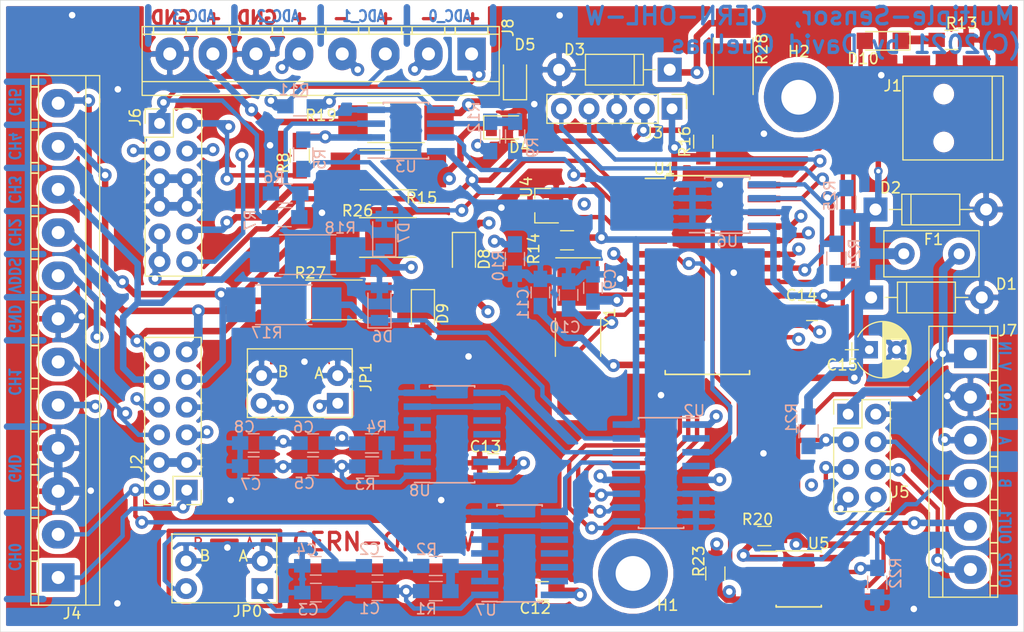
<source format=kicad_pcb>
(kicad_pcb (version 20171130) (host pcbnew "(5.1.9)-1")
  (layers (0 F.Cu signal) (1 In1.Cu signal) (2 In2.Cu signal) (31 B.Cu signal) (34 B.Paste user) (35 F.Paste user) (36 B.SilkS user) (37 F.SilkS user) (38 B.Mask user) (39 F.Mask user) (44 Edge.Cuts user))
  (net 0 "")
  (net 1 S0_IN1)
  (net 2 "Net-(C1-Pad2)")
  (net 3 S0_IN2)
  (net 4 "Net-(C2-Pad2)")
  (net 5 GND)
  (net 6 S1_IN1)
  (net 7 S1_IN2)
  (net 8 "Net-(C6-Pad2)")
  (net 9 "Net-(C9-Pad2)")
  (net 10 "Net-(C10-Pad2)")
  (net 11 "Net-(C11-Pad1)")
  (net 12 VDDS)
  (net 13 +5V)
  (net 14 ADC_CH8)
  (net 15 ADC_CH9)
  (net 16 OSC2_OUT)
  (net 17 OSC3_OUT)
  (net 18 OSC4_OUT)
  (net 19 OSC5_OUT)
  (net 20 "Net-(D10-Pad1)")
  (net 21 /V_IN)
  (net 22 "Net-(J1-Pad2)")
  (net 23 "Net-(J1-Pad3)")
  (net 24 "Net-(J1-Pad4)")
  (net 25 S2_IN)
  (net 26 S3_IN)
  (net 27 S4_IN)
  (net 28 S5_IN)
  (net 29 "Net-(J3-Pad1)")
  (net 30 "Net-(J3-Pad4)")
  (net 31 "Net-(J3-Pad5)")
  (net 32 /A)
  (net 33 /B)
  (net 34 /OUT1)
  (net 35 /OUT2)
  (net 36 "Net-(J5-Pad7)")
  (net 37 "Net-(J5-Pad8)")
  (net 38 "Net-(J6-Pad1)")
  (net 39 "Net-(J6-Pad2)")
  (net 40 "Net-(J6-Pad3)")
  (net 41 "Net-(J6-Pad4)")
  (net 42 "Net-(J6-Pad10)")
  (net 43 "Net-(R1-Pad2)")
  (net 44 "Net-(R3-Pad2)")
  (net 45 ADC_CH6)
  (net 46 ADC_CH7)
  (net 47 "Net-(R12-Pad1)")
  (net 48 "Net-(R10-Pad2)")
  (net 49 "Net-(R24-Pad1)")
  (net 50 "Net-(R25-Pad1)")
  (net 51 OSC_COM_OUT)
  (net 52 "Net-(U1-Pad5)")
  (net 53 "Net-(U1-Pad11)")
  (net 54 "Net-(U1-Pad12)")
  (net 55 "Net-(U1-Pad13)")
  (net 56 "Net-(U1-Pad26)")
  (net 57 "Net-(U2-Pad4)")
  (net 58 "Net-(U2-Pad2)")
  (net 59 OSC0_OUT)
  (net 60 OSC1_OUT)
  (net 61 "Net-(R14-Pad1)")
  (net 62 "Net-(R5-Pad2)")
  (net 63 "Net-(R6-Pad2)")
  (net 64 "Net-(C5-Pad1)")
  (net 65 "Net-(U7-Pad6)")
  (net 66 "Net-(U7-Pad4)")
  (net 67 "Net-(U8-Pad6)")
  (net 68 "Net-(U8-Pad4)")
  (net 69 "Net-(J6-Pad12)")
  (module MultipleSensor_PCB:TerminalBlock_Screw_1x8_3.96mm_mirror (layer F.Cu) (at 103.29 54.92)
    (fp_text reference J8 (at 3.34 -2.41 270) (layer F.SilkS))
    (fp_text value Screw_Terminal_01x08)
    (pad 7 thru_hole oval (at -23.76 0) (size 2.6 3) (drill 1.2) (layers *.Cu *.Mask) (net 69 "Net-(J6-Pad12)"))
    (pad 6 thru_hole oval (at -19.8 0) (size 2.6 3) (drill 1.2) (layers *.Cu *.Mask) (net 5 GND))
    (pad 3 thru_hole oval (at -7.92 0) (size 2.6 3) (drill 1.2) (layers *.Cu *.Mask) (net 40 "Net-(J6-Pad3)"))
    (pad 2 thru_hole oval (at -3.96 0) (size 2.6 3) (drill 1.2) (layers *.Cu *.Mask) (net 39 "Net-(J6-Pad2)"))
    (pad 4 thru_hole oval (at -11.88 0) (size 2.6 3) (drill 1.2) (layers *.Cu *.Mask) (net 41 "Net-(J6-Pad4)"))
    (pad 5 thru_hole oval (at -15.84 0) (size 2.6 3) (drill 1.2) (layers *.Cu *.Mask) (net 42 "Net-(J6-Pad10)"))
    (pad 8 thru_hole oval (at -27.72 0) (size 2.6 3) (drill 1.2) (layers *.Cu *.Mask) (net 5 GND))
    (pad 1 thru_hole rect (at 0 0) (size 2.6 3) (drill 1.2) (layers *.Cu *.Mask) (net 38 "Net-(J6-Pad1)"))
  )
  (module MultipleSensor_PCB:Crystal_SMD_MC405-2pin_9.6mmx4.1mm_HandSoldering (layer F.Cu) (at 113.07 80.95 270)
    (fp_text reference Y1 (at -1.84 -2.9 90) (layer F.SilkS))
    (fp_text value "20MHz, Crystal MC405")
    (pad 1 smd rect (at -5 0 270) (size 4.2 3.8) (layers F.Cu F.Paste F.Mask) (net 9 "Net-(C9-Pad2)"))
    (pad 2 smd rect (at 5 0 270) (size 4.2 3.8) (layers F.Cu F.Paste F.Mask) (net 10 "Net-(C10-Pad2)"))
  )
  (module Capacitors_THT:CP_Radial_D5.0mm_P2.50mm (layer F.Cu) (at 139.82 82.09)
    (fp_text reference C15 (at -2.48 1.4) (layer F.SilkS))
    (fp_text value "100uF, 16V")
    (pad 1 thru_hole rect (at 0 0) (size 1.6 1.6) (drill 0.8) (layers *.Cu *.Mask) (net 13 +5V))
    (pad 2 thru_hole circle (at 2.5 0) (size 1.6 1.6) (drill 0.8) (layers *.Cu *.Mask) (net 5 GND))
  )
  (module MultipleSensor_PCB:SOIC-14_3.9x8.7mm_Pitch1.27mm_HandSoldering (layer B.Cu) (at 101.5 89.86)
    (fp_text reference U8 (at -2.96 5.16) (layer B.SilkS) (effects (justify mirror)))
    (fp_text value 74HC14)
    (pad 14 smd rect (at 3.2 3.81) (size 2.5 0.6) (layers B.Cu B.Paste B.Mask) (net 12 VDDS))
    (pad 13 smd rect (at 3.2 2.54) (size 2.5 0.6) (layers B.Cu B.Paste B.Mask))
    (pad 12 smd rect (at 3.2 1.27) (size 2.5 0.6) (layers B.Cu B.Paste B.Mask))
    (pad 11 smd rect (at 3.2 0) (size 2.5 0.6) (layers B.Cu B.Paste B.Mask))
    (pad 10 smd rect (at 3.2 -1.27) (size 2.5 0.6) (layers B.Cu B.Paste B.Mask))
    (pad 9 smd rect (at 3.2 -2.54) (size 2.5 0.6) (layers B.Cu B.Paste B.Mask) (net 67 "Net-(U8-Pad6)"))
    (pad 1 smd rect (at -3.2 3.81) (size 2.5 0.6) (layers B.Cu B.Paste B.Mask) (net 6 S1_IN1))
    (pad 2 smd rect (at -3.2 2.54) (size 2.5 0.6) (layers B.Cu B.Paste B.Mask) (net 44 "Net-(R3-Pad2)"))
    (pad 8 smd rect (at 3.2 -3.81) (size 2.5 0.6) (layers B.Cu B.Paste B.Mask) (net 60 OSC1_OUT))
    (pad 6 smd rect (at -3.2 -2.54) (size 2.5 0.6) (layers B.Cu B.Paste B.Mask) (net 67 "Net-(U8-Pad6)"))
    (pad 3 smd rect (at -3.2 1.27) (size 2.5 0.6) (layers B.Cu B.Paste B.Mask) (net 44 "Net-(R3-Pad2)"))
    (pad 5 smd rect (at -3.2 -1.27) (size 2.5 0.6) (layers B.Cu B.Paste B.Mask) (net 68 "Net-(U8-Pad4)"))
    (pad 4 smd rect (at -3.2 0) (size 2.5 0.6) (layers B.Cu B.Paste B.Mask) (net 68 "Net-(U8-Pad4)"))
    (pad 7 smd rect (at -3.2 -3.81) (size 2.5 0.6) (layers B.Cu B.Paste B.Mask) (net 5 GND))
  )
  (module MultipleSensor_PCB:SOIC-14_3.9x8.7mm_Pitch1.27mm_HandSoldering (layer B.Cu) (at 107.7 100.8)
    (fp_text reference U7 (at -3.1 5.2) (layer B.SilkS) (effects (justify mirror)))
    (fp_text value 74HC14)
    (pad 14 smd rect (at 3.2 3.81) (size 2.5 0.6) (layers B.Cu B.Paste B.Mask) (net 12 VDDS))
    (pad 13 smd rect (at 3.2 2.54) (size 2.5 0.6) (layers B.Cu B.Paste B.Mask))
    (pad 12 smd rect (at 3.2 1.27) (size 2.5 0.6) (layers B.Cu B.Paste B.Mask))
    (pad 11 smd rect (at 3.2 0) (size 2.5 0.6) (layers B.Cu B.Paste B.Mask))
    (pad 10 smd rect (at 3.2 -1.27) (size 2.5 0.6) (layers B.Cu B.Paste B.Mask))
    (pad 9 smd rect (at 3.2 -2.54) (size 2.5 0.6) (layers B.Cu B.Paste B.Mask) (net 65 "Net-(U7-Pad6)"))
    (pad 1 smd rect (at -3.2 3.81) (size 2.5 0.6) (layers B.Cu B.Paste B.Mask) (net 1 S0_IN1))
    (pad 2 smd rect (at -3.2 2.54) (size 2.5 0.6) (layers B.Cu B.Paste B.Mask) (net 43 "Net-(R1-Pad2)"))
    (pad 8 smd rect (at 3.2 -3.81) (size 2.5 0.6) (layers B.Cu B.Paste B.Mask) (net 59 OSC0_OUT))
    (pad 6 smd rect (at -3.2 -2.54) (size 2.5 0.6) (layers B.Cu B.Paste B.Mask) (net 65 "Net-(U7-Pad6)"))
    (pad 3 smd rect (at -3.2 1.27) (size 2.5 0.6) (layers B.Cu B.Paste B.Mask) (net 43 "Net-(R1-Pad2)"))
    (pad 5 smd rect (at -3.2 -1.27) (size 2.5 0.6) (layers B.Cu B.Paste B.Mask) (net 66 "Net-(U7-Pad4)"))
    (pad 4 smd rect (at -3.2 0) (size 2.5 0.6) (layers B.Cu B.Paste B.Mask) (net 66 "Net-(U7-Pad4)"))
    (pad 7 smd rect (at -3.2 -3.81) (size 2.5 0.6) (layers B.Cu B.Paste B.Mask) (net 5 GND))
  )
  (module MultipleSensor_PCB:SOIC-8_3.9x4.9mm_Pitch1.27mm_HandSoldering (layer B.Cu) (at 126.78 68.81)
    (fp_text reference U6 (at 0 3.31) (layer B.SilkS) (effects (justify mirror)))
    (fp_text value 24LC512)
    (pad 7 smd rect (at 3.2 0.635) (size 2.55 0.6) (layers B.Cu B.Paste B.Mask) (net 5 GND))
    (pad 4 smd rect (at -3.2 -1.905) (size 2.55 0.6) (layers B.Cu B.Paste B.Mask) (net 5 GND))
    (pad 5 smd rect (at 3.2 -1.905) (size 2.55 0.6) (layers B.Cu B.Paste B.Mask) (net 50 "Net-(R25-Pad1)"))
    (pad 3 smd rect (at -3.2 -0.635) (size 2.55 0.6) (layers B.Cu B.Paste B.Mask) (net 5 GND))
    (pad 6 smd rect (at 3.2 -0.635) (size 2.55 0.6) (layers B.Cu B.Paste B.Mask) (net 49 "Net-(R24-Pad1)"))
    (pad 8 smd rect (at 3.2 1.905) (size 2.55 0.6) (layers B.Cu B.Paste B.Mask) (net 13 +5V))
    (pad 2 smd rect (at -3.2 0.635) (size 2.55 0.6) (layers B.Cu B.Paste B.Mask) (net 5 GND))
    (pad 1 smd rect (at -3.2 1.905) (size 2.55 0.6) (layers B.Cu B.Paste B.Mask) (net 5 GND))
  )
  (module MultipleSensor_PCB:SOIC-8_3.9x4.9mm_Pitch1.27mm_HandSoldering (layer F.Cu) (at 133.34 103.14)
    (fp_text reference U5 (at 1.83 -3.26) (layer F.SilkS))
    (fp_text value MAX485E)
    (pad 7 smd rect (at 3.2 -0.635) (size 2.55 0.6) (layers F.Cu F.Paste F.Mask) (net 33 /B))
    (pad 4 smd rect (at -3.2 1.905) (size 2.55 0.6) (layers F.Cu F.Paste F.Mask) (net 36 "Net-(J5-Pad7)"))
    (pad 5 smd rect (at 3.2 1.905) (size 2.55 0.6) (layers F.Cu F.Paste F.Mask) (net 5 GND))
    (pad 3 smd rect (at -3.2 0.635) (size 2.55 0.6) (layers F.Cu F.Paste F.Mask) (net 56 "Net-(U1-Pad26)"))
    (pad 6 smd rect (at 3.2 0.635) (size 2.55 0.6) (layers F.Cu F.Paste F.Mask) (net 32 /A))
    (pad 8 smd rect (at 3.2 -1.905) (size 2.55 0.6) (layers F.Cu F.Paste F.Mask) (net 13 +5V))
    (pad 2 smd rect (at -3.2 -0.635) (size 2.55 0.6) (layers F.Cu F.Paste F.Mask) (net 56 "Net-(U1-Pad26)"))
    (pad 1 smd rect (at -3.2 -1.905) (size 2.55 0.6) (layers F.Cu F.Paste F.Mask) (net 37 "Net-(J5-Pad8)"))
  )
  (module MultipleSensor_PCB:SOT-23_HandSoldering2 (layer F.Cu) (at 109.86 68.86 180)
    (fp_text reference U4 (at 1.53 1.71 270) (layer F.SilkS))
    (fp_text value LM4040BIM3-2.5)
    (pad 3 smd rect (at 1.2 0 180) (size 1.3 0.9) (layers F.Cu F.Paste F.Mask) (net 5 GND))
    (pad 1 smd rect (at -1.2 -0.95 180) (size 1.3 0.9) (layers F.Cu F.Paste F.Mask) (net 61 "Net-(R14-Pad1)"))
    (pad 2 smd rect (at -1.2 0.95 180) (size 1.3 0.9) (layers F.Cu F.Paste F.Mask) (net 5 GND))
  )
  (module MultipleSensor_PCB:SOIC-8_3.9x4.9mm_Pitch1.27mm_HandSoldering (layer B.Cu) (at 97.26 61.96)
    (fp_text reference U3 (at 0 3.31) (layer B.SilkS) (effects (justify mirror)))
    (fp_text value "LM358/LM358A (SO8-ST: LM358DT/LM358ADT)")
    (pad 7 smd rect (at 3.2 0.635) (size 2.55 0.6) (layers B.Cu B.Paste B.Mask) (net 46 ADC_CH7))
    (pad 4 smd rect (at -3.2 -1.905) (size 2.55 0.6) (layers B.Cu B.Paste B.Mask) (net 5 GND))
    (pad 5 smd rect (at 3.2 -1.905) (size 2.55 0.6) (layers B.Cu B.Paste B.Mask) (net 48 "Net-(R10-Pad2)"))
    (pad 3 smd rect (at -3.2 -0.635) (size 2.55 0.6) (layers B.Cu B.Paste B.Mask) (net 63 "Net-(R6-Pad2)"))
    (pad 6 smd rect (at 3.2 -0.635) (size 2.55 0.6) (layers B.Cu B.Paste B.Mask) (net 47 "Net-(R12-Pad1)"))
    (pad 8 smd rect (at 3.2 1.905) (size 2.55 0.6) (layers B.Cu B.Paste B.Mask) (net 13 +5V))
    (pad 2 smd rect (at -3.2 0.635) (size 2.55 0.6) (layers B.Cu B.Paste B.Mask) (net 62 "Net-(R5-Pad2)"))
    (pad 1 smd rect (at -3.2 1.905) (size 2.55 0.6) (layers B.Cu B.Paste B.Mask) (net 45 ADC_CH6))
  )
  (module MultipleSensor_PCB:SOIC-16_3.9x9.9mm_Pitch1.27mm_HandSoldering (layer B.Cu) (at 120.7 93.41 180)
    (fp_text reference U2 (at -3.04 5.72) (layer B.SilkS) (effects (justify mirror)))
    (fp_text value CD4051BM)
    (pad 7 smd rect (at -3.2 -3.175 180) (size 2.5 0.6) (layers B.Cu B.Paste B.Mask) (net 5 GND))
    (pad 4 smd rect (at -3.2 0.635 180) (size 2.5 0.6) (layers B.Cu B.Paste B.Mask) (net 57 "Net-(U2-Pad4)"))
    (pad 5 smd rect (at -3.2 -0.635 180) (size 2.5 0.6) (layers B.Cu B.Paste B.Mask) (net 19 OSC5_OUT))
    (pad 3 smd rect (at -3.2 1.905 180) (size 2.5 0.6) (layers B.Cu B.Paste B.Mask) (net 51 OSC_COM_OUT))
    (pad 6 smd rect (at -3.2 -1.905 180) (size 2.5 0.6) (layers B.Cu B.Paste B.Mask) (net 5 GND))
    (pad 8 smd rect (at -3.2 -4.445 180) (size 2.5 0.6) (layers B.Cu B.Paste B.Mask) (net 5 GND))
    (pad 2 smd rect (at -3.2 3.175 180) (size 2.5 0.6) (layers B.Cu B.Paste B.Mask) (net 58 "Net-(U2-Pad2)"))
    (pad 1 smd rect (at -3.2 4.445 180) (size 2.5 0.6) (layers B.Cu B.Paste B.Mask) (net 18 OSC4_OUT))
    (pad 9 smd rect (at 3.2 -4.445 180) (size 2.5 0.6) (layers B.Cu B.Paste B.Mask) (net 55 "Net-(U1-Pad13)"))
    (pad 10 smd rect (at 3.2 -3.175 180) (size 2.5 0.6) (layers B.Cu B.Paste B.Mask) (net 54 "Net-(U1-Pad12)"))
    (pad 11 smd rect (at 3.2 -1.905 180) (size 2.5 0.6) (layers B.Cu B.Paste B.Mask) (net 53 "Net-(U1-Pad11)"))
    (pad 12 smd rect (at 3.2 -0.635 180) (size 2.5 0.6) (layers B.Cu B.Paste B.Mask) (net 17 OSC3_OUT))
    (pad 13 smd rect (at 3.2 0.635 180) (size 2.5 0.6) (layers B.Cu B.Paste B.Mask) (net 59 OSC0_OUT))
    (pad 14 smd rect (at 3.2 1.905 180) (size 2.5 0.6) (layers B.Cu B.Paste B.Mask) (net 60 OSC1_OUT))
    (pad 15 smd rect (at 3.2 3.175 180) (size 2.5 0.6) (layers B.Cu B.Paste B.Mask) (net 16 OSC2_OUT))
    (pad 16 smd rect (at 3.2 4.445 180) (size 2.5 0.6) (layers B.Cu B.Paste B.Mask) (net 13 +5V))
  )
  (module MultipleSensor_PCB:SOIC-28W_7.5x17.9mm_P1.27mm_HandSoldering (layer F.Cu) (at 124.95 75.23)
    (fp_text reference U1 (at -3.94 -9.76) (layer F.SilkS))
    (fp_text value PIC18F2550-ISO)
    (pad 3 smd rect (at -5.2 -5.715) (size 3 0.6) (layers F.Cu F.Paste F.Mask) (net 46 ADC_CH7))
    (pad 6 smd rect (at -5.2 -1.905) (size 3 0.6) (layers F.Cu F.Paste F.Mask) (net 51 OSC_COM_OUT))
    (pad 8 smd rect (at -5.2 0.635) (size 3 0.6) (layers F.Cu F.Paste F.Mask) (net 5 GND))
    (pad 2 smd rect (at -5.2 -6.985) (size 3 0.6) (layers F.Cu F.Paste F.Mask) (net 45 ADC_CH6))
    (pad 5 smd rect (at -5.2 -3.175) (size 3 0.6) (layers F.Cu F.Paste F.Mask) (net 52 "Net-(U1-Pad5)"))
    (pad 4 smd rect (at -5.2 -4.445) (size 3 0.6) (layers F.Cu F.Paste F.Mask) (net 61 "Net-(R14-Pad1)"))
    (pad 7 smd rect (at -5.2 -0.635) (size 3 0.6) (layers F.Cu F.Paste F.Mask) (net 14 ADC_CH8))
    (pad 1 smd rect (at -5.2 -8.255) (size 3 0.6) (layers F.Cu F.Paste F.Mask) (net 29 "Net-(J3-Pad1)"))
    (pad 9 smd rect (at -5.2 1.905) (size 3 0.6) (layers F.Cu F.Paste F.Mask) (net 9 "Net-(C9-Pad2)"))
    (pad 10 smd rect (at -5.2 3.175) (size 3 0.6) (layers F.Cu F.Paste F.Mask) (net 10 "Net-(C10-Pad2)"))
    (pad 11 smd rect (at -5.2 4.445) (size 3 0.6) (layers F.Cu F.Paste F.Mask) (net 53 "Net-(U1-Pad11)"))
    (pad 12 smd rect (at -5.2 5.715) (size 3 0.6) (layers F.Cu F.Paste F.Mask) (net 54 "Net-(U1-Pad12)"))
    (pad 13 smd rect (at -5.2 6.985) (size 3 0.6) (layers F.Cu F.Paste F.Mask) (net 55 "Net-(U1-Pad13)"))
    (pad 14 smd rect (at -5.2 8.255) (size 3 0.6) (layers F.Cu F.Paste F.Mask) (net 11 "Net-(C11-Pad1)"))
    (pad 15 smd rect (at 5.2 8.255) (size 3 0.6) (layers F.Cu F.Paste F.Mask) (net 22 "Net-(J1-Pad2)"))
    (pad 16 smd rect (at 5.2 6.985) (size 3 0.6) (layers F.Cu F.Paste F.Mask) (net 23 "Net-(J1-Pad3)"))
    (pad 17 smd rect (at 5.2 5.715) (size 3 0.6) (layers F.Cu F.Paste F.Mask) (net 36 "Net-(J5-Pad7)"))
    (pad 18 smd rect (at 5.2 4.445) (size 3 0.6) (layers F.Cu F.Paste F.Mask) (net 37 "Net-(J5-Pad8)"))
    (pad 19 smd rect (at 5.2 3.175) (size 3 0.6) (layers F.Cu F.Paste F.Mask) (net 5 GND))
    (pad 20 smd rect (at 5.2 1.905) (size 3 0.6) (layers F.Cu F.Paste F.Mask) (net 13 +5V))
    (pad 21 smd rect (at 5.2 0.635) (size 3 0.6) (layers F.Cu F.Paste F.Mask) (net 50 "Net-(R25-Pad1)"))
    (pad 22 smd rect (at 5.2 -0.635) (size 3 0.6) (layers F.Cu F.Paste F.Mask) (net 49 "Net-(R24-Pad1)"))
    (pad 23 smd rect (at 5.2 -1.905) (size 3 0.6) (layers F.Cu F.Paste F.Mask) (net 15 ADC_CH9))
    (pad 24 smd rect (at 5.2 -3.175) (size 3 0.6) (layers F.Cu F.Paste F.Mask) (net 35 /OUT2))
    (pad 25 smd rect (at 5.2 -4.445) (size 3 0.6) (layers F.Cu F.Paste F.Mask) (net 34 /OUT1))
    (pad 26 smd rect (at 5.2 -5.715) (size 3 0.6) (layers F.Cu F.Paste F.Mask) (net 56 "Net-(U1-Pad26)"))
    (pad 27 smd rect (at 5.2 -6.985) (size 3 0.6) (layers F.Cu F.Paste F.Mask) (net 31 "Net-(J3-Pad5)"))
    (pad 28 smd rect (at 5.2 -8.255) (size 3 0.6) (layers F.Cu F.Paste F.Mask) (net 30 "Net-(J3-Pad4)"))
  )
  (module Resistors_SMD:R_2512_HandSoldering (layer F.Cu) (at 127.33 56.05 270)
    (fp_text reference R28 (at -1.56 -2.62 90) (layer F.SilkS))
    (fp_text value "22, SMD2512")
    (pad 1 smd rect (at -3.95 0 270) (size 2.7 3.2) (layers F.Cu F.Paste F.Mask) (net 12 VDDS))
    (pad 2 smd rect (at 3.95 0 270) (size 2.7 3.2) (layers F.Cu F.Paste F.Mask) (net 13 +5V))
  )
  (module Resistors_SMD:R_2512_HandSoldering (layer F.Cu) (at 90.65 77.51 180)
    (fp_text reference R27 (at 2.17 2.47 180) (layer F.SilkS))
    (fp_text value "220, SMD2512")
    (pad 2 smd rect (at 3.95 0 180) (size 2.7 3.2) (layers F.Cu F.Paste F.Mask) (net 28 S5_IN))
    (pad 1 smd rect (at -3.95 0 180) (size 2.7 3.2) (layers F.Cu F.Paste F.Mask) (net 19 OSC5_OUT))
  )
  (module Resistors_SMD:R_2512_HandSoldering (layer F.Cu) (at 95.6 71.78 180)
    (fp_text reference R26 (at 2.78 2.45 180) (layer F.SilkS))
    (fp_text value "220, SMD2512")
    (pad 1 smd rect (at -3.95 0 180) (size 2.7 3.2) (layers F.Cu F.Paste F.Mask) (net 18 OSC4_OUT))
    (pad 2 smd rect (at 3.95 0 180) (size 2.7 3.2) (layers F.Cu F.Paste F.Mask) (net 27 S4_IN))
  )
  (module Resistors_SMD:R_0805_HandSoldering (layer B.Cu) (at 137.73 68.59 270)
    (fp_text reference R25 (at -0.64 1.54 270) (layer B.SilkS) (effects (justify mirror)))
    (fp_text value "2.7k, SMD0805")
    (pad 1 smd rect (at -1.35 0 270) (size 1.5 1.3) (layers B.Cu B.Paste B.Mask) (net 50 "Net-(R25-Pad1)"))
    (pad 2 smd rect (at 1.35 0 270) (size 1.5 1.3) (layers B.Cu B.Paste B.Mask) (net 13 +5V))
  )
  (module Resistors_SMD:R_0805_HandSoldering (layer B.Cu) (at 136.8 73.71 270)
    (fp_text reference R24 (at -0.4 -1.66 90) (layer B.SilkS) (effects (justify mirror)))
    (fp_text value "2.7k, SMD0805")
    (pad 1 smd rect (at -1.35 0 270) (size 1.5 1.3) (layers B.Cu B.Paste B.Mask) (net 49 "Net-(R24-Pad1)"))
    (pad 2 smd rect (at 1.35 0 270) (size 1.5 1.3) (layers B.Cu B.Paste B.Mask) (net 13 +5V))
  )
  (module Resistors_SMD:R_0805_HandSoldering (layer F.Cu) (at 125.68 102.64 270)
    (fp_text reference R23 (at -1.12 1.52 90) (layer F.SilkS))
    (fp_text value "2.2k, SMD0805")
    (pad 1 smd rect (at -1.35 0 270) (size 1.5 1.3) (layers F.Cu F.Paste F.Mask) (net 13 +5V))
    (pad 2 smd rect (at 1.35 0 270) (size 1.5 1.3) (layers F.Cu F.Paste F.Mask) (net 36 "Net-(J5-Pad7)"))
  )
  (module Resistors_SMD:R_0805_HandSoldering (layer B.Cu) (at 140.55 103.48 90)
    (fp_text reference R22 (at 0.87 1.69 270) (layer B.SilkS) (effects (justify mirror)))
    (fp_text value "3.3k, SMD0805")
    (pad 1 smd rect (at -1.35 0 90) (size 1.5 1.3) (layers B.Cu B.Paste B.Mask) (net 5 GND))
    (pad 2 smd rect (at 1.35 0 90) (size 1.5 1.3) (layers B.Cu B.Paste B.Mask) (net 33 /B))
  )
  (module Resistors_SMD:R_0805_HandSoldering (layer B.Cu) (at 134.24 89.58 90)
    (fp_text reference R21 (at 1.17 -1.55 90) (layer B.SilkS) (effects (justify mirror)))
    (fp_text value "3.3k, SMD0805")
    (pad 1 smd rect (at -1.35 0 90) (size 1.5 1.3) (layers B.Cu B.Paste B.Mask) (net 32 /A))
    (pad 2 smd rect (at 1.35 0 90) (size 1.5 1.3) (layers B.Cu B.Paste B.Mask) (net 13 +5V))
  )
  (module Resistors_SMD:R_0805_HandSoldering (layer F.Cu) (at 130.18 99.2 180)
    (fp_text reference R20 (at 0.62 1.53) (layer F.SilkS))
    (fp_text value "3.3k, SMD0805")
    (pad 1 smd rect (at -1.35 0 180) (size 1.5 1.3) (layers F.Cu F.Paste F.Mask) (net 13 +5V))
    (pad 2 smd rect (at 1.35 0 180) (size 1.5 1.3) (layers F.Cu F.Paste F.Mask) (net 37 "Net-(J5-Pad8)"))
  )
  (module Resistors_SMD:R_2512_HandSoldering (layer F.Cu) (at 96.35 61.24 180)
    (fp_text reference R19 (at 6.89 0.68) (layer F.SilkS))
    (fp_text value "220, SMD2512")
    (pad 1 smd rect (at -3.95 0 180) (size 2.7 3.2) (layers F.Cu F.Paste F.Mask) (net 15 ADC_CH9))
    (pad 2 smd rect (at 3.95 0 180) (size 2.7 3.2) (layers F.Cu F.Paste F.Mask) (net 69 "Net-(J6-Pad12)"))
  )
  (module Resistors_SMD:R_2512_HandSoldering (layer B.Cu) (at 88.23 73.36)
    (fp_text reference R18 (at 3 -2.45) (layer B.SilkS) (effects (justify mirror)))
    (fp_text value "220, SMD2512")
    (pad 1 smd rect (at -3.95 0) (size 2.7 3.2) (layers B.Cu B.Paste B.Mask) (net 26 S3_IN))
    (pad 2 smd rect (at 3.95 0) (size 2.7 3.2) (layers B.Cu B.Paste B.Mask) (net 17 OSC3_OUT))
  )
  (module Resistors_SMD:R_2512_HandSoldering (layer B.Cu) (at 86.04 77.96 180)
    (fp_text reference R17 (at 1.55 -2.57) (layer B.SilkS) (effects (justify mirror)))
    (fp_text value "220, SMD2512")
    (pad 1 smd rect (at -3.95 0 180) (size 2.7 3.2) (layers B.Cu B.Paste B.Mask) (net 16 OSC2_OUT))
    (pad 2 smd rect (at 3.95 0 180) (size 2.7 3.2) (layers B.Cu B.Paste B.Mask) (net 25 S2_IN))
  )
  (module Resistors_SMD:R_0805_HandSoldering (layer F.Cu) (at 124.57 62.98 90)
    (fp_text reference R16 (at 0 -1.7 90) (layer F.SilkS))
    (fp_text value "10k, SMD0805")
    (pad 1 smd rect (at -1.35 0 90) (size 1.5 1.3) (layers F.Cu F.Paste F.Mask) (net 29 "Net-(J3-Pad1)"))
    (pad 2 smd rect (at 1.35 0 90) (size 1.5 1.3) (layers F.Cu F.Paste F.Mask) (net 13 +5V))
  )
  (module Resistors_SMD:R_2512_HandSoldering (layer F.Cu) (at 95.65 65.58)
    (fp_text reference R15 (at 3.05 2.57 -180) (layer F.SilkS))
    (fp_text value "220, SMD2512")
    (pad 1 smd rect (at -3.95 0) (size 2.7 3.2) (layers F.Cu F.Paste F.Mask) (net 42 "Net-(J6-Pad10)"))
    (pad 2 smd rect (at 3.95 0) (size 2.7 3.2) (layers F.Cu F.Paste F.Mask) (net 14 ADC_CH8))
  )
  (module Resistors_SMD:R_0805_HandSoldering (layer F.Cu) (at 112.06 72.04)
    (fp_text reference R14 (at -3.06 0.78 -90) (layer F.SilkS))
    (fp_text value "30k, SMD0805")
    (pad 1 smd rect (at -1.35 0) (size 1.5 1.3) (layers F.Cu F.Paste F.Mask) (net 61 "Net-(R14-Pad1)"))
    (pad 2 smd rect (at 1.35 0) (size 1.5 1.3) (layers F.Cu F.Paste F.Mask) (net 13 +5V))
  )
  (module Resistors_SMD:R_0805_HandSoldering (layer F.Cu) (at 147.36 53.63 180)
    (fp_text reference R13 (at -0.94 1.53) (layer F.SilkS))
    (fp_text value "220, SMD0805")
    (pad 1 smd rect (at -1.35 0 180) (size 1.5 1.3) (layers F.Cu F.Paste F.Mask) (net 5 GND))
    (pad 2 smd rect (at 1.35 0 180) (size 1.5 1.3) (layers F.Cu F.Paste F.Mask) (net 20 "Net-(D10-Pad1)"))
  )
  (module Resistors_SMD:R_0805_HandSoldering (layer B.Cu) (at 105 62.5 270)
    (fp_text reference R12 (at -1.77 1.49 270) (layer B.SilkS) (effects (justify mirror)))
    (fp_text value "4.7M, SMD0805")
    (pad 1 smd rect (at -1.35 0 270) (size 1.5 1.3) (layers B.Cu B.Paste B.Mask) (net 47 "Net-(R12-Pad1)"))
    (pad 2 smd rect (at 1.35 0 270) (size 1.5 1.3) (layers B.Cu B.Paste B.Mask) (net 41 "Net-(J6-Pad4)"))
  )
  (module Resistors_SMD:R_0805_HandSoldering (layer B.Cu) (at 87.54 59.73)
    (fp_text reference R11 (at -0.55 -1.51) (layer B.SilkS) (effects (justify mirror)))
    (fp_text value "4.7M, SMD0805")
    (pad 1 smd rect (at -1.35 0) (size 1.5 1.3) (layers B.Cu B.Paste B.Mask) (net 40 "Net-(J6-Pad3)"))
    (pad 2 smd rect (at 1.35 0) (size 1.5 1.3) (layers B.Cu B.Paste B.Mask) (net 48 "Net-(R10-Pad2)"))
  )
  (module Resistors_SMD:R_0805_HandSoldering (layer B.Cu) (at 107.27 73.76 90)
    (fp_text reference R10 (at -0.6 -1.52 90) (layer B.SilkS) (effects (justify mirror)))
    (fp_text value "4.7M, SMD0805")
    (pad 1 smd rect (at -1.35 0 90) (size 1.5 1.3) (layers B.Cu B.Paste B.Mask) (net 5 GND))
    (pad 2 smd rect (at 1.35 0 90) (size 1.5 1.3) (layers B.Cu B.Paste B.Mask) (net 48 "Net-(R10-Pad2)"))
  )
  (module Resistors_SMD:R_0805_HandSoldering (layer B.Cu) (at 107.29 62.5 270)
    (fp_text reference R9 (at 1.01 -1.61 90) (layer B.SilkS) (effects (justify mirror)))
    (fp_text value "4.7M, SMD0805")
    (pad 1 smd rect (at -1.35 0 270) (size 1.5 1.3) (layers B.Cu B.Paste B.Mask) (net 47 "Net-(R12-Pad1)"))
    (pad 2 smd rect (at 1.35 0 270) (size 1.5 1.3) (layers B.Cu B.Paste B.Mask) (net 46 ADC_CH7))
  )
  (module Resistors_SMD:R_0805_HandSoldering (layer F.Cu) (at 87.51 64.27 90)
    (fp_text reference R8 (at -0.67 -1.52 90) (layer F.SilkS))
    (fp_text value "4.7M, SMD0805")
    (pad 1 smd rect (at -1.35 0 90) (size 1.5 1.3) (layers F.Cu F.Paste F.Mask) (net 39 "Net-(J6-Pad2)"))
    (pad 2 smd rect (at 1.35 0 90) (size 1.5 1.3) (layers F.Cu F.Paste F.Mask) (net 62 "Net-(R5-Pad2)"))
  )
  (module Resistors_SMD:R_0805_HandSoldering (layer B.Cu) (at 86.12 69.91)
    (fp_text reference R7 (at -3.16 0.26 -90) (layer B.SilkS) (effects (justify mirror)))
    (fp_text value "4.7M, SMD0805")
    (pad 1 smd rect (at -1.35 0) (size 1.5 1.3) (layers B.Cu B.Paste B.Mask) (net 38 "Net-(J6-Pad1)"))
    (pad 2 smd rect (at 1.35 0) (size 1.5 1.3) (layers B.Cu B.Paste B.Mask) (net 63 "Net-(R6-Pad2)"))
  )
  (module Resistors_SMD:R_0805_HandSoldering (layer B.Cu) (at 86.21 67.74)
    (fp_text reference R6 (at -1.09 -1.48) (layer B.SilkS) (effects (justify mirror)))
    (fp_text value "4.7M, SMD0805")
    (pad 1 smd rect (at -1.35 0) (size 1.5 1.3) (layers B.Cu B.Paste B.Mask) (net 5 GND))
    (pad 2 smd rect (at 1.35 0) (size 1.5 1.3) (layers B.Cu B.Paste B.Mask) (net 63 "Net-(R6-Pad2)"))
  )
  (module Resistors_SMD:R_0805_HandSoldering (layer B.Cu) (at 87.83 64.14 90)
    (fp_text reference R5 (at -0.45 1.53 -90) (layer B.SilkS) (effects (justify mirror)))
    (fp_text value "4.7M, SMD0805")
    (pad 1 smd rect (at -1.35 0 90) (size 1.5 1.3) (layers B.Cu B.Paste B.Mask) (net 45 ADC_CH6))
    (pad 2 smd rect (at 1.35 0 90) (size 1.5 1.3) (layers B.Cu B.Paste B.Mask) (net 62 "Net-(R5-Pad2)"))
  )
  (module Resistors_SMD:R_0805_HandSoldering (layer B.Cu) (at 94.15 92.81)
    (fp_text reference R3 (at -0.63 1.64) (layer B.SilkS) (effects (justify mirror)))
    (fp_text value "2M, SMD0805")
    (pad 1 smd rect (at -1.35 0) (size 1.5 1.3) (layers B.Cu B.Paste B.Mask) (net 6 S1_IN1))
    (pad 2 smd rect (at 1.35 0) (size 1.5 1.3) (layers B.Cu B.Paste B.Mask) (net 44 "Net-(R3-Pad2)"))
  )
  (module Resistors_SMD:R_0805_HandSoldering (layer B.Cu) (at 94.14 90.69)
    (fp_text reference R4 (at 0.44 -1.51) (layer B.SilkS) (effects (justify mirror)))
    (fp_text value "500, SMD0805")
    (pad 1 smd rect (at -1.35 0) (size 1.5 1.3) (layers B.Cu B.Paste B.Mask) (net 7 S1_IN2))
    (pad 2 smd rect (at 1.35 0) (size 1.5 1.3) (layers B.Cu B.Paste B.Mask) (net 44 "Net-(R3-Pad2)"))
  )
  (module Resistors_SMD:R_0805_HandSoldering (layer B.Cu) (at 100.01 101.95)
    (fp_text reference R2 (at -0.86 -1.52) (layer B.SilkS) (effects (justify mirror)))
    (fp_text value "500, SMD0805")
    (pad 1 smd rect (at -1.35 0) (size 1.5 1.3) (layers B.Cu B.Paste B.Mask) (net 3 S0_IN2))
    (pad 2 smd rect (at 1.35 0) (size 1.5 1.3) (layers B.Cu B.Paste B.Mask) (net 43 "Net-(R1-Pad2)"))
  )
  (module Resistors_SMD:R_0805_HandSoldering (layer B.Cu) (at 100 104.26)
    (fp_text reference R1 (at -0.88 1.63) (layer B.SilkS) (effects (justify mirror)))
    (fp_text value "2M, SMD0805")
    (pad 1 smd rect (at -1.35 0) (size 1.5 1.3) (layers B.Cu B.Paste B.Mask) (net 1 S0_IN1))
    (pad 2 smd rect (at 1.35 0) (size 1.5 1.3) (layers B.Cu B.Paste B.Mask) (net 43 "Net-(R1-Pad2)"))
  )
  (module MultipleSensor_PCB:2_jumpers_related_2.54mm (layer F.Cu) (at 91 87.01 180)
    (fp_text reference JP1 (at -2.58 2.39 -90) (layer F.SilkS))
    (fp_text value 2_jumpers_related)
    (fp_line (start -1.63 -1.6) (end 8.6 -1.6) (layer F.Cu) (width 0.4))
    (fp_line (start 8.6 -1.53) (end 8.6 5.3) (layer F.Cu) (width 0.4))
    (fp_line (start -1.63 5.3) (end 8.6 5.3) (layer F.Cu) (width 0.4))
    (fp_line (start -1.63 -1.57) (end -1.63 5.3) (layer F.Cu) (width 0.4))
    (fp_text user JP1 (at 3.6 1.29) (layer F.Cu))
    (fp_text user A (at 1.72 2.75) (layer F.SilkS))
    (fp_text user B (at 5.02 2.9) (layer F.SilkS))
    (fp_text user A (at 1.12 4.11) (layer F.Cu))
    (fp_text user B (at 5.89 4.11) (layer F.Cu))
    (pad 1 thru_hole rect (at 0 0 180) (size 2 1.9) (drill 1) (layers *.Cu *.Mask) (net 64 "Net-(C5-Pad1)"))
    (pad 2 thru_hole oval (at 0 2.54 180) (size 2 1.9) (drill 1) (layers *.Cu *.Mask) (net 5 GND))
    (pad 3 thru_hole oval (at 7 0 180) (size 2 1.9) (drill 1) (layers *.Cu *.Mask) (net 8 "Net-(C6-Pad2)"))
    (pad 4 thru_hole oval (at 7 2.54 180) (size 2 1.9) (drill 1) (layers *.Cu *.Mask) (net 5 GND))
  )
  (module MultipleSensor_PCB:2_jumpers_related_2.54mm (layer F.Cu) (at 84.07 104.03 180)
    (fp_text reference JP0 (at 1.36 -2.08) (layer F.SilkS))
    (fp_text value 2_jumpers_related)
    (fp_line (start -1.63 -1.6) (end 8.6 -1.6) (layer F.Cu) (width 0.4))
    (fp_line (start 8.6 -1.53) (end 8.6 5.3) (layer F.Cu) (width 0.4))
    (fp_line (start -1.63 5.3) (end 8.6 5.3) (layer F.Cu) (width 0.4))
    (fp_line (start -1.63 -1.57) (end -1.63 5.3) (layer F.Cu) (width 0.4))
    (fp_text user JP0 (at 3.75 1.22) (layer F.Cu))
    (fp_text user A (at 1.75 2.99) (layer F.SilkS))
    (fp_text user B (at 5.27 3.01) (layer F.SilkS))
    (fp_text user A (at 1.16 4.15) (layer F.Cu))
    (fp_text user B (at 5.88 4.13) (layer F.Cu))
    (pad 1 thru_hole rect (at 0 0 180) (size 2 1.9) (drill 1) (layers *.Cu *.Mask) (net 2 "Net-(C1-Pad2)"))
    (pad 2 thru_hole oval (at 0 2.54 180) (size 2 1.9) (drill 1) (layers *.Cu *.Mask) (net 5 GND))
    (pad 3 thru_hole oval (at 7 0 180) (size 2 1.9) (drill 1) (layers *.Cu *.Mask) (net 4 "Net-(C2-Pad2)"))
    (pad 4 thru_hole oval (at 7 2.54 180) (size 2 1.9) (drill 1) (layers *.Cu *.Mask) (net 5 GND))
  )
  (module MultipleSensor_PCB:TerminalBlock_Screw_1x6_3.96mm (layer F.Cu) (at 149.11 82.48 270)
    (fp_text reference J7 (at -2.15 -3.43) (layer F.SilkS))
    (fp_text value Screw_Terminal_01x06)
    (pad 6 thru_hole oval (at 19.8 0 270) (size 2.6 3) (drill 1.2) (layers *.Cu *.Mask) (net 35 /OUT2))
    (pad 3 thru_hole oval (at 7.92 0 270) (size 2.6 3) (drill 1.2) (layers *.Cu *.Mask) (net 32 /A))
    (pad 5 thru_hole oval (at 15.84 0 270) (size 2.6 3) (drill 1.2) (layers *.Cu *.Mask) (net 34 /OUT1))
    (pad 2 thru_hole oval (at 3.96 0 270) (size 2.6 3) (drill 1.2) (layers *.Cu *.Mask) (net 5 GND))
    (pad 1 thru_hole rect (at 0 0 270) (size 2.6 3) (drill 1.2) (layers *.Cu *.Mask) (net 21 /V_IN))
    (pad 4 thru_hole oval (at 11.88 0 270) (size 2.6 3) (drill 1.2) (layers *.Cu *.Mask) (net 33 /B))
  )
  (module MultipleSensor_PCB:PinHeader_2x06_P2.54mm_Vertical_HandSoldering (layer F.Cu) (at 74.63 61.3)
    (fp_text reference J6 (at -2.24 -0.57 -90) (layer F.SilkS))
    (fp_text value Conn_02x06_Odd_Even)
    (pad 1 thru_hole rect (at 0 0) (size 2 1.9) (drill 1) (layers *.Cu *.Mask) (net 38 "Net-(J6-Pad1)"))
    (pad 2 thru_hole oval (at 2.54 0) (size 2 1.9) (drill 1) (layers *.Cu *.Mask) (net 39 "Net-(J6-Pad2)"))
    (pad 3 thru_hole oval (at 0 2.54) (size 2 1.9) (drill 1) (layers *.Cu *.Mask) (net 40 "Net-(J6-Pad3)"))
    (pad 4 thru_hole oval (at 2.54 2.54) (size 2 1.9) (drill 1) (layers *.Cu *.Mask) (net 41 "Net-(J6-Pad4)"))
    (pad 5 thru_hole oval (at 0 5.08) (size 2 1.9) (drill 1) (layers *.Cu *.Mask) (net 5 GND))
    (pad 6 thru_hole oval (at 2.54 5.08) (size 2 1.9) (drill 1) (layers *.Cu *.Mask) (net 5 GND))
    (pad 7 thru_hole oval (at 0 7.62) (size 2 1.9) (drill 1) (layers *.Cu *.Mask) (net 5 GND))
    (pad 8 thru_hole oval (at 2.54 7.62) (size 2 1.9) (drill 1) (layers *.Cu *.Mask) (net 5 GND))
    (pad 9 thru_hole oval (at 0 10.16) (size 2 1.9) (drill 1) (layers *.Cu *.Mask) (net 13 +5V))
    (pad 10 thru_hole oval (at 2.54 10.16) (size 2 1.9) (drill 1) (layers *.Cu *.Mask) (net 42 "Net-(J6-Pad10)"))
    (pad 11 thru_hole oval (at 0 12.7) (size 2 1.9) (drill 1) (layers *.Cu *.Mask) (net 13 +5V))
    (pad 12 thru_hole oval (at 2.54 12.7) (size 2 1.9) (drill 1) (layers *.Cu *.Mask) (net 69 "Net-(J6-Pad12)"))
  )
  (module MultipleSensor_PCB:PinHeader_2x04_P2.54mm_Vertical_HandSoldering (layer F.Cu) (at 137.88 88.01)
    (fp_text reference J5 (at 4.78 7.16) (layer F.SilkS))
    (fp_text value Conn_02x04_Odd_Even)
    (pad 1 thru_hole rect (at 0 0) (size 2 1.9) (drill 1) (layers *.Cu *.Mask) (net 21 /V_IN))
    (pad 2 thru_hole oval (at 2.54 0) (size 2 1.9) (drill 1) (layers *.Cu *.Mask) (net 5 GND))
    (pad 3 thru_hole oval (at 0 2.54) (size 2 1.9) (drill 1) (layers *.Cu *.Mask) (net 32 /A))
    (pad 4 thru_hole oval (at 2.54 2.54) (size 2 1.9) (drill 1) (layers *.Cu *.Mask) (net 33 /B))
    (pad 5 thru_hole oval (at 0 5.08) (size 2 1.9) (drill 1) (layers *.Cu *.Mask) (net 34 /OUT1))
    (pad 6 thru_hole oval (at 2.54 5.08) (size 2 1.9) (drill 1) (layers *.Cu *.Mask) (net 35 /OUT2))
    (pad 7 thru_hole oval (at 0 7.62) (size 2 1.9) (drill 1) (layers *.Cu *.Mask) (net 36 "Net-(J5-Pad7)"))
    (pad 8 thru_hole oval (at 2.54 7.62) (size 2 1.9) (drill 1) (layers *.Cu *.Mask) (net 37 "Net-(J5-Pad8)"))
  )
  (module MultipleSensor_PCB:TerminalBlock_Screw_1x12_3.96mm (layer F.Cu) (at 65.32 103.01 90)
    (fp_text reference J4 (at -3.31 1.27) (layer F.SilkS))
    (fp_text value Screw_Terminal_01x12)
    (pad 12 thru_hole oval (at 43.56 0 90) (size 2.6 3) (drill 1.2) (layers *.Cu *.Mask) (net 28 S5_IN))
    (pad 11 thru_hole oval (at 39.6 0 90) (size 2.6 3) (drill 1.2) (layers *.Cu *.Mask) (net 27 S4_IN))
    (pad 10 thru_hole oval (at 35.64 0 90) (size 2.6 3) (drill 1.2) (layers *.Cu *.Mask) (net 26 S3_IN))
    (pad 9 thru_hole oval (at 31.68 0 90) (size 2.6 3) (drill 1.2) (layers *.Cu *.Mask) (net 25 S2_IN))
    (pad 8 thru_hole oval (at 27.72 0 90) (size 2.6 3) (drill 1.2) (layers *.Cu *.Mask) (net 12 VDDS))
    (pad 5 thru_hole oval (at 15.84 0 90) (size 2.6 3) (drill 1.2) (layers *.Cu *.Mask) (net 6 S1_IN1))
    (pad 4 thru_hole oval (at 11.88 0 90) (size 2.6 3) (drill 1.2) (layers *.Cu *.Mask) (net 5 GND))
    (pad 2 thru_hole oval (at 3.96 0 90) (size 2.6 3) (drill 1.2) (layers *.Cu *.Mask) (net 3 S0_IN2))
    (pad 3 thru_hole oval (at 7.92 0 90) (size 2.6 3) (drill 1.2) (layers *.Cu *.Mask) (net 5 GND))
    (pad 6 thru_hole oval (at 19.8 0 90) (size 2.6 3) (drill 1.2) (layers *.Cu *.Mask) (net 7 S1_IN2))
    (pad 7 thru_hole oval (at 23.76 0 90) (size 2.6 3) (drill 1.2) (layers *.Cu *.Mask) (net 5 GND))
    (pad 1 thru_hole rect (at 0 0 90) (size 2.6 3) (drill 1.2) (layers *.Cu *.Mask) (net 1 S0_IN1))
  )
  (module MultipleSensor_PCB:PinHeader_1x05_P2.54mm_Vertical_HandSoldering (layer F.Cu) (at 121.7 59.96 270)
    (fp_text reference J3 (at 2.2 1.67) (layer F.SilkS))
    (fp_text value Conn_01x05)
    (pad 1 thru_hole rect (at 0 0 270) (size 2 1.9) (drill 1) (layers *.Cu *.Mask) (net 29 "Net-(J3-Pad1)"))
    (pad 2 thru_hole oval (at 0 2.54 270) (size 2 1.9) (drill 1) (layers *.Cu *.Mask) (net 13 +5V))
    (pad 3 thru_hole oval (at 0 5.08 270) (size 2 1.9) (drill 1) (layers *.Cu *.Mask) (net 5 GND))
    (pad 4 thru_hole oval (at 0 7.62 270) (size 2 1.9) (drill 1) (layers *.Cu *.Mask) (net 30 "Net-(J3-Pad4)"))
    (pad 5 thru_hole oval (at 0 10.16 270) (size 2 1.9) (drill 1) (layers *.Cu *.Mask) (net 31 "Net-(J3-Pad5)"))
  )
  (module MultipleSensor_PCB:PinHeader_2x06_P2.54mm_Vertical_HandSoldering (layer F.Cu) (at 77.13 94.99 180)
    (fp_text reference J2 (at 4.6 2.45 -90) (layer F.SilkS))
    (fp_text value Conn_02x06_Odd_Even)
    (pad 1 thru_hole rect (at 0 0 180) (size 2 1.9) (drill 1) (layers *.Cu *.Mask) (net 1 S0_IN1))
    (pad 2 thru_hole oval (at 2.54 0 180) (size 2 1.9) (drill 1) (layers *.Cu *.Mask) (net 3 S0_IN2))
    (pad 3 thru_hole oval (at 0 2.54 180) (size 2 1.9) (drill 1) (layers *.Cu *.Mask) (net 5 GND))
    (pad 4 thru_hole oval (at 2.54 2.54 180) (size 2 1.9) (drill 1) (layers *.Cu *.Mask) (net 5 GND))
    (pad 5 thru_hole oval (at 0 5.08 180) (size 2 1.9) (drill 1) (layers *.Cu *.Mask) (net 6 S1_IN1))
    (pad 6 thru_hole oval (at 2.54 5.08 180) (size 2 1.9) (drill 1) (layers *.Cu *.Mask) (net 7 S1_IN2))
    (pad 7 thru_hole oval (at 0 7.62 180) (size 2 1.9) (drill 1) (layers *.Cu *.Mask) (net 5 GND))
    (pad 8 thru_hole oval (at 2.54 7.62 180) (size 2 1.9) (drill 1) (layers *.Cu *.Mask) (net 12 VDDS))
    (pad 9 thru_hole oval (at 0 10.16 180) (size 2 1.9) (drill 1) (layers *.Cu *.Mask) (net 25 S2_IN))
    (pad 10 thru_hole oval (at 2.54 10.16 180) (size 2 1.9) (drill 1) (layers *.Cu *.Mask) (net 26 S3_IN))
    (pad 11 thru_hole oval (at 0 12.7 180) (size 2 1.9) (drill 1) (layers *.Cu *.Mask) (net 27 S4_IN))
    (pad 12 thru_hole oval (at 2.54 12.7 180) (size 2 1.9) (drill 1) (layers *.Cu *.Mask) (net 28 S5_IN))
  )
  (module MultipleSensor_PCB:USB_mini_B_HandSoldering (layer F.Cu) (at 146.86 60.81 180)
    (fp_text reference J1 (at 4.88 2.96) (layer F.SilkS))
    (fp_text value USB_B_Micro)
    (pad 2 smd rect (at 3.15 -0.8 180) (size 3 0.5) (layers F.Cu F.Paste F.Mask) (net 22 "Net-(J1-Pad2)"))
    (pad 1 smd rect (at 3.15 -1.6 180) (size 3 0.5) (layers F.Cu F.Paste F.Mask) (net 13 +5V))
    (pad 3 smd rect (at 3.15 0 180) (size 3 0.5) (layers F.Cu F.Paste F.Mask) (net 23 "Net-(J1-Pad3)"))
    (pad 4 smd rect (at 3.15 0.8 180) (size 3 0.5) (layers F.Cu F.Paste F.Mask) (net 24 "Net-(J1-Pad4)"))
    (pad "" np_thru_hole circle (at 0.2 2.2 180) (size 0.9 0.9) (drill 0.9) (layers *.Cu *.Mask))
    (pad 6 smd rect (at 2.7 -4.6 180) (size 2.5 2.3) (layers F.Cu F.Paste F.Mask) (net 5 GND))
    (pad 5 smd rect (at 3.15 1.6 180) (size 3 0.5) (layers F.Cu F.Paste F.Mask) (net 5 GND))
    (pad 6 smd rect (at -2.8 4.6 180) (size 2.5 2.3) (layers F.Cu F.Paste F.Mask) (net 5 GND))
    (pad 6 smd rect (at -2.8 -4.6 180) (size 2.5 2.3) (layers F.Cu F.Paste F.Mask) (net 5 GND))
    (pad 6 smd rect (at 2.7 4.6 180) (size 2.5 2.3) (layers F.Cu F.Paste F.Mask) (net 5 GND))
    (pad "" np_thru_hole circle (at 0.2 -2.2 180) (size 0.9 0.9) (drill 0.9) (layers *.Cu *.Mask))
  )
  (module Mounting_Holes:MountingHole_3.2mm_M3_Pad (layer F.Cu) (at 133.34 58.9)
    (fp_text reference H2 (at 0 -4.2) (layer F.SilkS))
    (fp_text value MountingHole)
    (pad 1 thru_hole circle (at 0 0) (size 6.4 6.4) (drill 3.2) (layers *.Cu *.Mask))
  )
  (module Mounting_Holes:MountingHole_3.2mm_M3_Pad (layer F.Cu) (at 118.12 102.64)
    (fp_text reference H1 (at 3.18 2.92) (layer F.SilkS))
    (fp_text value MountingHole)
    (pad 1 thru_hole circle (at 0 0) (size 6.4 6.4) (drill 3.2) (layers *.Cu *.Mask))
  )
  (module Fuse_Holders_and_Fuses:Fuse_TE5_Littlefuse-395Series (layer F.Cu) (at 148.07 73.28 180)
    (fp_text reference F1 (at 2.35 1.32) (layer F.SilkS))
    (fp_text value "Polyfuse 100m A, 60V")
    (pad 1 thru_hole circle (at 0 0 180) (size 2 2) (drill 1) (layers *.Cu *.Mask) (net 21 /V_IN))
    (pad 2 thru_hole circle (at 5.08 0.01 180) (size 2 2) (drill 1) (layers *.Cu *.Mask) (net 13 +5V))
  )
  (module LEDs:LED_1206 (layer F.Cu) (at 141.06 53.72 180)
    (fp_text reference D10 (at 1.81 -1.63) (layer F.SilkS))
    (fp_text value LED_SMD_1206)
    (pad 2 smd rect (at 1.65 0) (size 1.5 1.5) (layers F.Cu F.Paste F.Mask) (net 13 +5V))
    (pad 1 smd rect (at -1.65 0) (size 1.5 1.5) (layers F.Cu F.Paste F.Mask) (net 20 "Net-(D10-Pad1)"))
  )
  (module Diodes_SMD:D_1206 (layer F.Cu) (at 98.82 78.77 270)
    (fp_text reference D9 (at 0 -1.8 90) (layer F.SilkS))
    (fp_text value BZV55-C4V7)
    (pad 1 smd rect (at -1.5 0 270) (size 1 1.6) (layers F.Cu F.Paste F.Mask) (net 19 OSC5_OUT))
    (pad 2 smd rect (at 1.5 0 270) (size 1 1.6) (layers F.Cu F.Paste F.Mask) (net 5 GND))
  )
  (module Diodes_SMD:D_1206 (layer F.Cu) (at 102.59 73.52 270)
    (fp_text reference D8 (at 0.25 -1.86 90) (layer F.SilkS))
    (fp_text value BZV55-C4V7)
    (pad 1 smd rect (at -1.5 0 270) (size 1 1.6) (layers F.Cu F.Paste F.Mask) (net 18 OSC4_OUT))
    (pad 2 smd rect (at 1.5 0 270) (size 1 1.6) (layers F.Cu F.Paste F.Mask) (net 5 GND))
  )
  (module Diodes_SMD:D_1206 (layer B.Cu) (at 95.27 71.33 90)
    (fp_text reference D7 (at 0 1.8 90) (layer B.SilkS) (effects (justify mirror)))
    (fp_text value BZV55-C4V7)
    (pad 1 smd rect (at -1.5 0 90) (size 1 1.6) (layers B.Cu B.Paste B.Mask) (net 17 OSC3_OUT))
    (pad 2 smd rect (at 1.5 0 90) (size 1 1.6) (layers B.Cu B.Paste B.Mask) (net 5 GND))
  )
  (module Diodes_SMD:D_1206 (layer B.Cu) (at 94.83 77.89 90)
    (fp_text reference D6 (at -2.99 0.28 -180) (layer B.SilkS) (effects (justify mirror)))
    (fp_text value BZV55-C4V7)
    (pad 1 smd rect (at -1.5 0 90) (size 1 1.6) (layers B.Cu B.Paste B.Mask) (net 16 OSC2_OUT))
    (pad 2 smd rect (at 1.5 0 90) (size 1 1.6) (layers B.Cu B.Paste B.Mask) (net 5 GND))
  )
  (module Diodes_SMD:D_1206 (layer F.Cu) (at 107.28 56.93 90)
    (fp_text reference D5 (at 2.86 0.91) (layer F.SilkS))
    (fp_text value BZV55-C4V7)
    (pad 1 smd rect (at -1.5 0 90) (size 1 1.6) (layers F.Cu F.Paste F.Mask) (net 15 ADC_CH9))
    (pad 2 smd rect (at 1.5 0 90) (size 1 1.6) (layers F.Cu F.Paste F.Mask) (net 5 GND))
  )
  (module Diodes_SMD:D_1206 (layer F.Cu) (at 106.61 61.67)
    (fp_text reference D4 (at 1.09 1.82) (layer F.SilkS))
    (fp_text value BZV55-C4V7)
    (pad 1 smd rect (at -1.5 0) (size 1 1.6) (layers F.Cu F.Paste F.Mask) (net 14 ADC_CH8))
    (pad 2 smd rect (at 1.5 0) (size 1 1.6) (layers F.Cu F.Paste F.Mask) (net 5 GND))
  )
  (module Diodes_THT:D_DO-41_SOD81_P10.16mm_Horizontal (layer F.Cu) (at 121.49 56.37 180)
    (fp_text reference D3 (at 8.74 1.85) (layer F.SilkS))
    (fp_text value 1N4731)
    (pad 1 thru_hole rect (at 0 0 180) (size 2.2 2.2) (drill 1.1) (layers *.Cu *.Mask) (net 12 VDDS))
    (pad 2 thru_hole oval (at 10.16 0 180) (size 2.2 2.2) (drill 1.1) (layers *.Cu *.Mask) (net 5 GND))
  )
  (module Diodes_THT:D_DO-41_SOD81_P10.16mm_Horizontal (layer F.Cu) (at 140.39 69.21)
    (fp_text reference D2 (at 1.38 -1.99) (layer F.SilkS))
    (fp_text value 1N5817)
    (pad 1 thru_hole rect (at 0 0) (size 2.2 2.2) (drill 1.1) (layers *.Cu *.Mask) (net 13 +5V))
    (pad 2 thru_hole oval (at 10.16 0) (size 2.2 2.2) (drill 1.1) (layers *.Cu *.Mask) (net 5 GND))
  )
  (module Diodes_THT:D_DO-41_SOD81_P10.16mm_Horizontal (layer F.Cu) (at 139.99 77.29)
    (fp_text reference D1 (at 12.42 -1.23) (layer F.SilkS))
    (fp_text value 1N5817)
    (pad 1 thru_hole rect (at 0 0) (size 2.2 2.2) (drill 1.1) (layers *.Cu *.Mask) (net 13 +5V))
    (pad 2 thru_hole oval (at 10.16 0) (size 2.2 2.2) (drill 1.1) (layers *.Cu *.Mask) (net 5 GND))
  )
  (module Capacitors_SMD:C_0805_HandSoldering (layer F.Cu) (at 134.56 78.56 180)
    (fp_text reference C14 (at 0.96 1.47) (layer F.SilkS))
    (fp_text value "100nF, SMD 0805")
    (pad 1 smd rect (at -1.25 0 180) (size 1.5 1.25) (layers F.Cu F.Paste F.Mask) (net 13 +5V))
    (pad 2 smd rect (at 1.25 0 180) (size 1.5 1.25) (layers F.Cu F.Paste F.Mask) (net 5 GND))
  )
  (module Capacitors_SMD:C_0805_HandSoldering (layer F.Cu) (at 105.28 92.49)
    (fp_text reference C13 (at -0.72 -1.5) (layer F.SilkS))
    (fp_text value "100nF, SMD0805")
    (pad 1 smd rect (at -1.25 0) (size 1.5 1.25) (layers F.Cu F.Paste F.Mask) (net 5 GND))
    (pad 2 smd rect (at 1.25 0) (size 1.5 1.25) (layers F.Cu F.Paste F.Mask) (net 12 VDDS))
  )
  (module Capacitors_SMD:C_0805_HandSoldering (layer F.Cu) (at 109.84 104.24 180)
    (fp_text reference C12 (at 0.7 -1.59) (layer F.SilkS))
    (fp_text value "100nF, SMD0805")
    (pad 1 smd rect (at -1.25 0 180) (size 1.5 1.25) (layers F.Cu F.Paste F.Mask) (net 12 VDDS))
    (pad 2 smd rect (at 1.25 0 180) (size 1.5 1.25) (layers F.Cu F.Paste F.Mask) (net 5 GND))
  )
  (module Capacitors_SMD:C_0805_HandSoldering (layer B.Cu) (at 109.61 76.83 90)
    (fp_text reference C11 (at -1.08 -1.58 -90) (layer B.SilkS) (effects (justify mirror)))
    (fp_text value "0.47uF, SMD 0805")
    (pad 1 smd rect (at -1.25 0 90) (size 1.5 1.25) (layers B.Cu B.Paste B.Mask) (net 11 "Net-(C11-Pad1)"))
    (pad 2 smd rect (at 1.25 0 90) (size 1.5 1.25) (layers B.Cu B.Paste B.Mask) (net 5 GND))
  )
  (module Capacitors_SMD:C_0805_HandSoldering (layer B.Cu) (at 112.2 77.06 270)
    (fp_text reference C10 (at 2.96 0.33 180) (layer B.SilkS) (effects (justify mirror)))
    (fp_text value "22pF, SMD 0805")
    (pad 1 smd rect (at -1.25 0 270) (size 1.5 1.25) (layers B.Cu B.Paste B.Mask) (net 5 GND))
    (pad 2 smd rect (at 1.25 0 270) (size 1.5 1.25) (layers B.Cu B.Paste B.Mask) (net 10 "Net-(C10-Pad2)"))
  )
  (module Capacitors_SMD:C_0805_HandSoldering (layer B.Cu) (at 114.44 76.42 270)
    (fp_text reference C9 (at -0.82 -1.59 90) (layer B.SilkS) (effects (justify mirror)))
    (fp_text value "22pF, SMD 0805")
    (pad 1 smd rect (at -1.25 0 270) (size 1.5 1.25) (layers B.Cu B.Paste B.Mask) (net 5 GND))
    (pad 2 smd rect (at 1.25 0 270) (size 1.5 1.25) (layers B.Cu B.Paste B.Mask) (net 9 "Net-(C9-Pad2)"))
  )
  (module Capacitors_SMD:C_0805_HandSoldering (layer B.Cu) (at 83.28 90.66)
    (fp_text reference C8 (at -0.86 -1.48) (layer B.SilkS) (effects (justify mirror)))
    (fp_text value "22pF, SMD0805")
    (pad 1 smd rect (at -1.25 0) (size 1.5 1.25) (layers B.Cu B.Paste B.Mask) (net 5 GND))
    (pad 2 smd rect (at 1.25 0) (size 1.5 1.25) (layers B.Cu B.Paste B.Mask) (net 8 "Net-(C6-Pad2)"))
  )
  (module Capacitors_SMD:C_0805_HandSoldering (layer B.Cu) (at 83.27 92.78)
    (fp_text reference C7 (at -0.25 1.68) (layer B.SilkS) (effects (justify mirror)))
    (fp_text value "22pF, SMD0805")
    (pad 1 smd rect (at -1.25 0) (size 1.5 1.25) (layers B.Cu B.Paste B.Mask) (net 5 GND))
    (pad 2 smd rect (at 1.25 0) (size 1.5 1.25) (layers B.Cu B.Paste B.Mask) (net 64 "Net-(C5-Pad1)"))
  )
  (module Capacitors_SMD:C_0805_HandSoldering (layer B.Cu) (at 88.74 90.67 180)
    (fp_text reference C6 (at 0.88 1.46) (layer B.SilkS) (effects (justify mirror)))
    (fp_text value "2.2nF, SMD0805")
    (pad 1 smd rect (at -1.25 0 180) (size 1.5 1.25) (layers B.Cu B.Paste B.Mask) (net 7 S1_IN2))
    (pad 2 smd rect (at 1.25 0 180) (size 1.5 1.25) (layers B.Cu B.Paste B.Mask) (net 8 "Net-(C6-Pad2)"))
  )
  (module Capacitors_SMD:C_0805_HandSoldering (layer B.Cu) (at 88.72 92.78)
    (fp_text reference C5 (at -0.79 1.58) (layer B.SilkS) (effects (justify mirror)))
    (fp_text value "2.2nF, SMD0805")
    (pad 1 smd rect (at -1.25 0) (size 1.5 1.25) (layers B.Cu B.Paste B.Mask) (net 64 "Net-(C5-Pad1)"))
    (pad 2 smd rect (at 1.25 0) (size 1.5 1.25) (layers B.Cu B.Paste B.Mask) (net 6 S1_IN1))
  )
  (module Capacitors_SMD:C_0805_HandSoldering (layer B.Cu) (at 88.98 101.94 180)
    (fp_text reference C4 (at 0.86 1.47) (layer B.SilkS) (effects (justify mirror)))
    (fp_text value "22pF, SMD0805")
    (pad 1 smd rect (at -1.25 0 180) (size 1.5 1.25) (layers B.Cu B.Paste B.Mask) (net 4 "Net-(C2-Pad2)"))
    (pad 2 smd rect (at 1.25 0 180) (size 1.5 1.25) (layers B.Cu B.Paste B.Mask) (net 5 GND))
  )
  (module Capacitors_SMD:C_0805_HandSoldering (layer B.Cu) (at 88.99 104.4 180)
    (fp_text reference C3 (at 0.7 -1.57) (layer B.SilkS) (effects (justify mirror)))
    (fp_text value "22pF, SMD0805")
    (pad 1 smd rect (at -1.25 0 180) (size 1.5 1.25) (layers B.Cu B.Paste B.Mask) (net 2 "Net-(C1-Pad2)"))
    (pad 2 smd rect (at 1.25 0 180) (size 1.5 1.25) (layers B.Cu B.Paste B.Mask) (net 5 GND))
  )
  (module Capacitors_SMD:C_0805_HandSoldering (layer B.Cu) (at 94.65 101.94 180)
    (fp_text reference C2 (at 0.74 1.52) (layer B.SilkS) (effects (justify mirror)))
    (fp_text value "2.2nF, SMD0805")
    (pad 1 smd rect (at -1.25 0 180) (size 1.5 1.25) (layers B.Cu B.Paste B.Mask) (net 3 S0_IN2))
    (pad 2 smd rect (at 1.25 0 180) (size 1.5 1.25) (layers B.Cu B.Paste B.Mask) (net 4 "Net-(C2-Pad2)"))
  )
  (module Capacitors_SMD:C_0805_HandSoldering (layer B.Cu) (at 94.64 104.28 180)
    (fp_text reference C1 (at 0.71 -1.58) (layer B.SilkS) (effects (justify mirror)))
    (fp_text value "2.2nF, SMD0805")
    (pad 1 smd rect (at -1.25 0 180) (size 1.5 1.25) (layers B.Cu B.Paste B.Mask) (net 1 S0_IN1))
    (pad 2 smd rect (at 1.25 0 180) (size 1.5 1.25) (layers B.Cu B.Paste B.Mask) (net 2 "Net-(C1-Pad2)"))
  )
  (gr_text CERN-OHL-W (at 95.2 99.74) (layer F.Cu) (effects (font (size 1.6 1.6) (thickness 0.3))))
  (gr_text "Multiple-Sensor,  CERN-OHL-W" (at 133.44 51.43) (layer B.Cu) (effects (font (size 1.6 1.6) (thickness 0.3)) (justify mirror)))
  (gr_text "(C)2021 by David Quelhas" (at 137.67 54.06) (layer B.Cu) (effects (font (size 1.6 1.6) (thickness 0.3)) (justify mirror)))
  (gr_text OUT2 (at 152.25 102.34 -90) (layer B.Cu) (effects (font (size 1 0.85) (thickness 0.2)) (justify mirror)))
  (gr_text OUT1 (at 152.25 98.31 -90) (layer B.Cu) (effects (font (size 1 0.85) (thickness 0.2)) (justify mirror)))
  (gr_text B (at 152.25 94.35 -90) (layer B.Cu) (effects (font (size 1 0.85) (thickness 0.2)) (justify mirror)))
  (gr_text A (at 152.25 90.44 -90) (layer B.Cu) (effects (font (size 1 0.85) (thickness 0.2)) (justify mirror)))
  (gr_text GND (at 152.25 86.46 -90) (layer B.Cu) (effects (font (size 1 0.85) (thickness 0.2)) (justify mirror)))
  (gr_text V_IN (at 152.25 82.64 -90) (layer B.Cu) (effects (font (size 1 0.85) (thickness 0.2)) (justify mirror)))
  (gr_text GND (at 75.67 51.6) (layer F.Cu) (effects (font (size 1.2 1.2) (thickness 0.3)) (justify mirror)))
  (gr_text + (at 79.6 51.6) (layer F.Cu) (effects (font (size 1.2 1.2) (thickness 0.3)) (justify mirror)))
  (gr_text GND (at 83.59 51.6) (layer F.Cu) (effects (font (size 1.2 1.2) (thickness 0.3)) (justify mirror)))
  (gr_text + (at 87.49 51.6) (layer F.Cu) (effects (font (size 1.2 1.2) (thickness 0.3)) (justify mirror)))
  (gr_text + (at 95.39 51.6) (layer F.Cu) (effects (font (size 1.2 1.2) (thickness 0.3)) (justify mirror)))
  (gr_text - (at 91.32 51.6) (layer F.Cu) (effects (font (size 1.2 1.2) (thickness 0.3)) (justify mirror)))
  (gr_text - (at 99.32 51.6) (layer F.Cu) (effects (font (size 1.2 1.2) (thickness 0.3)) (justify mirror)))
  (gr_text + (at 103.39 51.6) (layer F.Cu) (effects (font (size 1.2 1.2) (thickness 0.3)) (justify mirror)))
  (gr_text ADC_3 (at 77.77 51.45) (layer B.Cu) (effects (font (size 1 0.85) (thickness 0.2)) (justify mirror)))
  (gr_text ADC_2 (at 85.51 51.45) (layer B.Cu) (effects (font (size 1 0.85) (thickness 0.2)) (justify mirror)))
  (gr_text ADC_1 (at 93.38 51.45) (layer B.Cu) (effects (font (size 1 0.85) (thickness 0.2)) (justify mirror)))
  (gr_text ADC_0 (at 101.29 51.45) (layer B.Cu) (effects (font (size 1 0.85) (thickness 0.2)) (justify mirror)))
  (gr_text CH5 (at 61.3 59.35 -90) (layer B.Cu) (effects (font (size 1 0.85) (thickness 0.2)) (justify mirror)))
  (gr_text CH4 (at 61.3 63.4 -90) (layer B.Cu) (effects (font (size 1 0.85) (thickness 0.2)) (justify mirror)))
  (gr_text CH3 (at 61.3 67.41 -90) (layer B.Cu) (effects (font (size 1 0.85) (thickness 0.2)) (justify mirror)))
  (gr_text CH2 (at 61.3 71.32 -90) (layer B.Cu) (effects (font (size 1 0.85) (thickness 0.2)) (justify mirror)))
  (gr_text VDDS (at 61.3 75.28 -90) (layer B.Cu) (effects (font (size 1 0.85) (thickness 0.2)) (justify mirror)))
  (gr_text GND (at 61.3 79.27 -90) (layer B.Cu) (effects (font (size 1 0.85) (thickness 0.2)) (justify mirror)))
  (gr_text CH1 (at 61.3 85.02 -90) (layer B.Cu) (effects (font (size 1 0.85) (thickness 0.2)) (justify mirror)))
  (gr_text GND (at 61.3 93.01 -90) (layer B.Cu) (effects (font (size 1 0.85) (thickness 0.2)) (justify mirror)))
  (gr_text CH0 (at 61.3 101.14 -90) (layer B.Cu) (effects (font (size 1 0.85) (thickness 0.2)) (justify mirror)))
  (gr_line (start 60 108) (end 60 50) (layer Edge.Cuts) (width 0.05))
  (gr_line (start 154 108) (end 60 108) (layer Edge.Cuts) (width 0.05))
  (gr_line (start 154 50) (end 154 108) (layer Edge.Cuts) (width 0.05))
  (gr_line (start 60 50) (end 154 50) (layer Edge.Cuts) (width 0.05))
  (segment (start 63.95 97.07) (end 60.62 97.07) (width 0.6) (layer B.Cu) (net 0))
  (segment (start 63.95 89.15) (end 60.62 89.15) (width 0.6) (layer B.Cu) (net 0))
  (segment (start 63.95 81.23) (end 60.62 81.23) (width 0.6) (layer B.Cu) (net 0))
  (segment (start 63.95 77.27) (end 60.62 77.27) (width 0.6) (layer B.Cu) (net 0))
  (segment (start 63.95 73.31) (end 60.62 73.31) (width 0.6) (layer B.Cu) (net 0))
  (segment (start 63.95 69.35) (end 60.62 69.35) (width 0.6) (layer B.Cu) (net 0))
  (segment (start 63.95 65.39) (end 60.62 65.39) (width 0.6) (layer B.Cu) (net 0))
  (segment (start 63.95 61.43) (end 60.62 61.43) (width 0.6) (layer B.Cu) (net 0))
  (segment (start 62.55 57.53) (end 62.61 57.47) (width 0.4) (layer B.Cu) (net 0))
  (segment (start 62.55 104.99) (end 62.55 57.53) (width 0.6) (layer B.Cu) (net 0))
  (segment (start 62.61 57.47) (end 60.62 57.47) (width 0.6) (layer B.Cu) (net 0))
  (segment (start 63.95 57.47) (end 62.61 57.47) (width 0.6) (layer B.Cu) (net 0))
  (segment (start 63.95 104.99) (end 62.55 104.99) (width 0.6) (layer B.Cu) (net 0))
  (segment (start 62.55 104.99) (end 60.62 104.99) (width 0.6) (layer B.Cu) (net 0))
  (segment (start 81.51 53.97) (end 81.51 50.64) (width 0.6) (layer B.Cu) (net 0))
  (segment (start 89.43 53.97) (end 89.43 50.64) (width 0.6) (layer B.Cu) (net 0))
  (segment (start 97.35 53.97) (end 97.35 50.64) (width 0.6) (layer B.Cu) (net 0))
  (segment (start 73.59 52.54) (end 105.27 52.54) (width 0.6) (layer B.Cu) (net 0))
  (segment (start 105.27 52.54) (end 105.27 50.64) (width 0.6) (layer B.Cu) (net 0))
  (segment (start 105.27 53.97) (end 105.27 52.54) (width 0.6) (layer B.Cu) (net 0))
  (segment (start 73.59 53.97) (end 73.59 52.54) (width 0.6) (layer B.Cu) (net 0))
  (segment (start 73.59 52.54) (end 73.59 50.64) (width 0.6) (layer B.Cu) (net 0))
  (via (at 76.79 96.54) (size 1.2) (drill 0.6) (layers F.Cu B.Cu) (net 1))
  (via (at 97.28 104.27) (size 1.2) (drill 0.6) (layers F.Cu B.Cu) (net 1))
  (segment (start 77.13 94.99) (end 77.13 96.2) (width 0.8) (layer B.Cu) (net 1))
  (segment (start 77.13 96.2) (end 76.79 96.54) (width 0.8) (layer B.Cu) (net 1))
  (segment (start 95.91 104.26) (end 95.89 104.28) (width 0.4) (layer B.Cu) (net 1))
  (segment (start 98.65 104.26) (end 95.91 104.26) (width 0.6) (layer B.Cu) (net 1))
  (segment (start 72.08 96.69) (end 76.64 96.69) (width 0.4) (layer B.Cu) (net 1))
  (segment (start 76.64 96.69) (end 76.79 96.54) (width 0.4) (layer B.Cu) (net 1))
  (segment (start 71.24 97.53) (end 72.08 96.69) (width 0.4) (layer B.Cu) (net 1))
  (segment (start 71.24 99.19) (end 71.24 97.53) (width 0.4) (layer B.Cu) (net 1))
  (segment (start 67.42 103.01) (end 71.24 99.19) (width 0.4) (layer B.Cu) (net 1))
  (segment (start 65.32 103.01) (end 67.42 103.01) (width 0.4) (layer B.Cu) (net 1))
  (segment (start 97.28 105.13) (end 97.28 104.27) (width 0.4) (layer B.Cu) (net 1))
  (segment (start 98.01 105.86) (end 97.28 105.13) (width 0.4) (layer B.Cu) (net 1))
  (segment (start 102.29 105.86) (end 98.01 105.86) (width 0.4) (layer B.Cu) (net 1))
  (segment (start 103.54 104.61) (end 102.29 105.86) (width 0.4) (layer B.Cu) (net 1))
  (segment (start 104.5 104.61) (end 103.54 104.61) (width 0.4) (layer B.Cu) (net 1))
  (segment (start 90.36 104.28) (end 90.24 104.4) (width 0.8) (layer B.Cu) (net 2))
  (segment (start 91.78 104.28) (end 90.36 104.28) (width 0.8) (layer B.Cu) (net 2))
  (segment (start 93.39 104.28) (end 91.78 104.28) (width 0.8) (layer B.Cu) (net 2))
  (segment (start 91.63 104.28) (end 91.78 104.28) (width 0.4) (layer B.Cu) (net 2))
  (segment (start 85.32 106.06) (end 89.85 106.06) (width 0.4) (layer B.Cu) (net 2))
  (segment (start 89.85 106.06) (end 91.63 104.28) (width 0.4) (layer B.Cu) (net 2))
  (segment (start 84.07 104.81) (end 85.32 106.06) (width 0.4) (layer B.Cu) (net 2))
  (segment (start 84.07 104.03) (end 84.07 104.81) (width 0.4) (layer B.Cu) (net 2))
  (via (at 72.41 94.97) (size 1.2) (drill 0.6) (layers F.Cu B.Cu) (net 3))
  (segment (start 74.59 94.99) (end 72.43 94.99) (width 0.6) (layer B.Cu) (net 3))
  (segment (start 72.43 94.99) (end 72.41 94.97) (width 0.6) (layer B.Cu) (net 3))
  (via (at 73 97.94) (size 1.2) (drill 0.6) (layers F.Cu B.Cu) (net 3))
  (segment (start 72.41 97.35) (end 73 97.94) (width 0.4) (layer F.Cu) (net 3))
  (segment (start 72.41 94.97) (end 72.41 97.35) (width 0.4) (layer F.Cu) (net 3))
  (segment (start 72.1 94.97) (end 72.41 94.97) (width 0.4) (layer B.Cu) (net 3))
  (segment (start 68.02 99.05) (end 72.1 94.97) (width 0.4) (layer B.Cu) (net 3))
  (segment (start 65.32 99.05) (end 68.02 99.05) (width 0.4) (layer B.Cu) (net 3))
  (segment (start 95.91 101.95) (end 95.9 101.94) (width 0.8) (layer B.Cu) (net 3))
  (segment (start 97.21 101.95) (end 95.91 101.95) (width 0.8) (layer B.Cu) (net 3))
  (segment (start 98.66 101.95) (end 97.21 101.95) (width 0.8) (layer B.Cu) (net 3))
  (segment (start 97.21 101.29) (end 97.21 101.95) (width 0.4) (layer B.Cu) (net 3))
  (segment (start 93.86 97.94) (end 97.21 101.29) (width 0.4) (layer B.Cu) (net 3))
  (segment (start 73 97.94) (end 93.86 97.94) (width 0.4) (layer B.Cu) (net 3))
  (segment (start 90.88 101.94) (end 90.23 101.94) (width 0.8) (layer B.Cu) (net 4))
  (segment (start 93.4 101.94) (end 90.88 101.94) (width 0.8) (layer B.Cu) (net 4))
  (segment (start 88.48 99.06) (end 90.88 101.46) (width 0.4) (layer B.Cu) (net 4))
  (segment (start 90.88 101.46) (end 90.88 101.94) (width 0.4) (layer B.Cu) (net 4))
  (segment (start 76.04 99.06) (end 88.48 99.06) (width 0.4) (layer B.Cu) (net 4))
  (segment (start 75.1 100) (end 76.04 99.06) (width 0.4) (layer B.Cu) (net 4))
  (segment (start 75.1 103.26) (end 75.1 100) (width 0.4) (layer B.Cu) (net 4))
  (segment (start 75.87 104.03) (end 75.1 103.26) (width 0.4) (layer B.Cu) (net 4))
  (segment (start 77.07 104.03) (end 75.87 104.03) (width 0.4) (layer B.Cu) (net 4))
  (via (at 130.14 62.25) (size 1.2) (drill 0.6) (layers F.Cu B.Cu) (net 5))
  (via (at 120.69 86.26) (size 1.2) (drill 0.6) (layers F.Cu B.Cu) (net 5))
  (via (at 70.76 105.39) (size 1.2) (drill 0.6) (layers F.Cu B.Cu) (net 5))
  (via (at 143.91 105.9) (size 1.2) (drill 0.6) (layers F.Cu B.Cu) (net 5))
  (via (at 140.92 56.87) (size 1.2) (drill 0.6) (layers F.Cu B.Cu) (net 5))
  (segment (start 144.16 56.21) (end 141.58 56.21) (width 0.8) (layer F.Cu) (net 5))
  (segment (start 141.58 56.21) (end 140.92 56.87) (width 0.8) (layer F.Cu) (net 5))
  (segment (start 143.71 59.21) (end 141.71 59.21) (width 0.5) (layer F.Cu) (net 5))
  (segment (start 140.92 58.42) (end 140.92 56.87) (width 0.5) (layer F.Cu) (net 5))
  (segment (start 141.71 59.21) (end 140.92 58.42) (width 0.5) (layer F.Cu) (net 5))
  (via (at 130.1 91.61) (size 1.2) (drill 0.6) (layers F.Cu B.Cu) (net 5))
  (via (at 109.05 59.53) (size 1.2) (drill 0.6) (layers F.Cu B.Cu) (net 5))
  (via (at 66.6 51.36) (size 1.2) (drill 0.6) (layers F.Cu B.Cu) (net 5))
  (via (at 67.48 79.03) (size 1.2) (drill 0.6) (layers F.Cu B.Cu) (net 5))
  (segment (start 65.32 79.25) (end 67.26 79.25) (width 0.8) (layer B.Cu) (net 5))
  (segment (start 67.26 79.25) (end 67.48 79.03) (width 0.8) (layer B.Cu) (net 5))
  (via (at 68.31 95.04) (size 1.2) (drill 0.6) (layers F.Cu B.Cu) (net 5))
  (segment (start 68.26 95.09) (end 68.31 95.04) (width 0.8) (layer B.Cu) (net 5))
  (segment (start 65.32 95.09) (end 68.26 95.09) (width 0.8) (layer B.Cu) (net 5))
  (via (at 87.94 83.19) (size 1.2) (drill 0.6) (layers F.Cu B.Cu) (net 5))
  (via (at 80.86 100.26) (size 1.2) (drill 0.6) (layers F.Cu B.Cu) (net 5))
  (via (at 81.17 95.9) (size 1.2) (drill 0.6) (layers F.Cu B.Cu) (net 5))
  (via (at 100.5 95.9) (size 1.2) (drill 0.6) (layers F.Cu B.Cu) (net 5))
  (via (at 116.94 75.57) (size 1.2) (drill 0.6) (layers F.Cu B.Cu) (net 5))
  (segment (start 117.235 75.865) (end 116.94 75.57) (width 0.6) (layer F.Cu) (net 5))
  (segment (start 119.75 75.865) (end 117.235 75.865) (width 0.5) (layer F.Cu) (net 5))
  (segment (start 114.44 75.17) (end 115.73 75.17) (width 0.6) (layer B.Cu) (net 5))
  (segment (start 116.13 75.57) (end 116.94 75.57) (width 0.6) (layer B.Cu) (net 5))
  (segment (start 115.73 75.17) (end 116.13 75.57) (width 0.6) (layer B.Cu) (net 5))
  (segment (start 133.155 78.405) (end 133.31 78.56) (width 0.4) (layer F.Cu) (net 5))
  (segment (start 130.15 78.405) (end 133.155 78.405) (width 0.5) (layer F.Cu) (net 5))
  (via (at 127.37 75.02) (size 1.2) (drill 0.6) (layers F.Cu B.Cu) (net 5))
  (segment (start 127.37 77.525) (end 127.37 75.02) (width 0.5) (layer F.Cu) (net 5))
  (segment (start 128.25 78.405) (end 127.37 77.525) (width 0.5) (layer F.Cu) (net 5))
  (segment (start 130.15 78.405) (end 128.25 78.405) (width 0.5) (layer F.Cu) (net 5))
  (via (at 126.09 66.93) (size 1.2) (drill 0.6) (layers F.Cu B.Cu) (net 5))
  (segment (start 126.065 66.905) (end 126.09 66.93) (width 0.5) (layer B.Cu) (net 5))
  (segment (start 123.58 66.905) (end 126.065 66.905) (width 0.5) (layer B.Cu) (net 5))
  (via (at 89.55 69.51) (size 1.2) (drill 0.6) (layers F.Cu B.Cu) (net 5))
  (via (at 146.98 86.34) (size 1.2) (drill 0.6) (layers F.Cu B.Cu) (net 5))
  (segment (start 143.21 83.9) (end 143.21 82.98) (width 0.6) (layer B.Cu) (net 5))
  (segment (start 143.21 82.98) (end 142.32 82.09) (width 0.6) (layer B.Cu) (net 5))
  (via (at 143.21 83.9) (size 1.2) (drill 0.6) (layers F.Cu B.Cu) (net 5))
  (segment (start 149.01 86.34) (end 146.98 86.34) (width 0.8) (layer B.Cu) (net 5))
  (segment (start 149.11 86.44) (end 149.01 86.34) (width 0.8) (layer B.Cu) (net 5))
  (via (at 103.01 82.71) (size 1.2) (drill 0.6) (layers F.Cu B.Cu) (net 5))
  (segment (start 123.9 97.855) (end 123.9 95.315) (width 0.6) (layer B.Cu) (net 5))
  (segment (start 107.27 75.11) (end 108.3 75.11) (width 0.8) (layer B.Cu) (net 5))
  (segment (start 108.3 75.11) (end 108.77 75.58) (width 0.8) (layer B.Cu) (net 5))
  (segment (start 108.77 75.58) (end 109.61 75.58) (width 0.8) (layer B.Cu) (net 5))
  (segment (start 109.61 75.58) (end 110.69 75.58) (width 0.8) (layer B.Cu) (net 5))
  (segment (start 110.69 75.58) (end 110.92 75.81) (width 0.8) (layer B.Cu) (net 5))
  (segment (start 110.92 75.81) (end 112.2 75.81) (width 0.8) (layer B.Cu) (net 5))
  (segment (start 112.2 75.81) (end 112.91 75.81) (width 0.8) (layer B.Cu) (net 5))
  (segment (start 112.91 75.81) (end 113.55 75.17) (width 0.8) (layer B.Cu) (net 5))
  (segment (start 113.55 75.17) (end 114.44 75.17) (width 0.8) (layer B.Cu) (net 5))
  (via (at 84.78 63.31) (size 1.2) (drill 0.6) (layers F.Cu B.Cu) (net 5))
  (segment (start 84.7 63.39) (end 84.78 63.31) (width 0.4) (layer B.Cu) (net 5))
  (segment (start 84.7 67.58) (end 84.7 63.39) (width 0.4) (layer B.Cu) (net 5))
  (segment (start 84.86 67.74) (end 84.7 67.58) (width 0.4) (layer B.Cu) (net 5))
  (segment (start 65.32 95.09) (end 65.32 91.13) (width 0.8) (layer B.Cu) (net 5))
  (via (at 70.8 58.17) (size 1.2) (drill 0.6) (layers F.Cu B.Cu) (net 5))
  (via (at 111.38 51.38) (size 1.2) (drill 0.6) (layers F.Cu B.Cu) (net 5))
  (via (at 106.03 69.04) (size 1.2) (drill 0.6) (layers F.Cu B.Cu) (net 5))
  (segment (start 123.58 66.905) (end 123.58 70.715) (width 0.6) (layer B.Cu) (net 5))
  (segment (start 77.13 92.45) (end 74.59 92.45) (width 0.8) (layer B.Cu) (net 5))
  (segment (start 74.63 66.38) (end 77.17 66.38) (width 0.8) (layer B.Cu) (net 5))
  (segment (start 74.63 68.92) (end 77.17 68.92) (width 0.8) (layer B.Cu) (net 5))
  (segment (start 74.63 66.38) (end 74.63 68.92) (width 0.8) (layer B.Cu) (net 5))
  (segment (start 77.17 66.38) (end 77.17 68.92) (width 0.8) (layer B.Cu) (net 5))
  (via (at 68.73 87.29) (size 1.2) (drill 0.6) (layers F.Cu B.Cu) (net 6))
  (segment (start 68.61 87.17) (end 68.73 87.29) (width 0.6) (layer B.Cu) (net 6))
  (segment (start 65.32 87.17) (end 68.61 87.17) (width 0.6) (layer B.Cu) (net 6))
  (via (at 91.38 92.8) (size 1.2) (drill 0.6) (layers F.Cu B.Cu) (net 6))
  (via (at 78.98 89.64) (size 1.2) (drill 0.6) (layers F.Cu B.Cu) (net 6))
  (segment (start 78.71 89.91) (end 78.98 89.64) (width 0.6) (layer B.Cu) (net 6))
  (segment (start 77.13 89.91) (end 78.71 89.91) (width 0.6) (layer B.Cu) (net 6))
  (segment (start 90 92.81) (end 89.97 92.78) (width 0.4) (layer B.Cu) (net 6))
  (segment (start 92.8 92.81) (end 90 92.81) (width 0.6) (layer B.Cu) (net 6))
  (segment (start 91.38 93.78) (end 91.38 92.8) (width 0.4) (layer B.Cu) (net 6))
  (segment (start 91.85 94.25) (end 91.38 93.78) (width 0.4) (layer B.Cu) (net 6))
  (segment (start 96.72 94.25) (end 91.85 94.25) (width 0.4) (layer B.Cu) (net 6))
  (segment (start 97.3 93.67) (end 96.72 94.25) (width 0.4) (layer B.Cu) (net 6))
  (segment (start 98.3 93.67) (end 97.3 93.67) (width 0.4) (layer B.Cu) (net 6))
  (via (at 71.52 87.92) (size 1.2) (drill 0.6) (layers F.Cu B.Cu) (net 7))
  (via (at 91.39 90.17) (size 1.2) (drill 0.6) (layers F.Cu B.Cu) (net 7))
  (segment (start 90.01 90.69) (end 89.99 90.67) (width 0.6) (layer B.Cu) (net 7))
  (segment (start 74.59 89.91) (end 72.72 89.91) (width 0.4) (layer B.Cu) (net 7))
  (segment (start 72.72 89.91) (end 70.92 88.11) (width 0.4) (layer B.Cu) (net 7))
  (segment (start 70.92 87.48) (end 66.65 83.21) (width 0.4) (layer B.Cu) (net 7))
  (segment (start 70.92 88.11) (end 70.92 87.48) (width 0.4) (layer B.Cu) (net 7))
  (segment (start 66.65 83.21) (end 65.32 83.21) (width 0.4) (layer B.Cu) (net 7))
  (segment (start 71.36 87.92) (end 70.92 87.48) (width 0.4) (layer B.Cu) (net 7))
  (segment (start 71.52 87.92) (end 71.36 87.92) (width 0.4) (layer B.Cu) (net 7))
  (segment (start 91.39 90.67) (end 91.41 90.69) (width 0.4) (layer B.Cu) (net 7))
  (segment (start 91.39 90.17) (end 91.39 90.67) (width 0.6) (layer B.Cu) (net 7))
  (segment (start 91.41 90.69) (end 90.01 90.69) (width 0.6) (layer B.Cu) (net 7))
  (segment (start 92.79 90.69) (end 91.41 90.69) (width 0.6) (layer B.Cu) (net 7))
  (via (at 85.86 87.36) (size 1.2) (drill 0.6) (layers F.Cu B.Cu) (net 8))
  (segment (start 85.51 87.01) (end 85.86 87.36) (width 0.6) (layer B.Cu) (net 8))
  (segment (start 84 87.01) (end 85.51 87.01) (width 0.6) (layer B.Cu) (net 8))
  (via (at 86 90.51) (size 1.2) (drill 0.6) (layers F.Cu B.Cu) (net 8))
  (segment (start 84.54 90.67) (end 84.53 90.66) (width 0.4) (layer B.Cu) (net 8))
  (segment (start 87.49 90.67) (end 84.54 90.67) (width 0.6) (layer B.Cu) (net 8))
  (via (at 116.64 77.55) (size 1.2) (drill 0.6) (layers F.Cu B.Cu) (net 9))
  (segment (start 114.15 77.03) (end 113.07 75.95) (width 0.4) (layer F.Cu) (net 9))
  (segment (start 119.75 77.135) (end 119.645 77.03) (width 0.4) (layer F.Cu) (net 9))
  (segment (start 116.64 77.05) (end 116.66 77.03) (width 0.4) (layer F.Cu) (net 9))
  (segment (start 116.64 77.55) (end 116.64 77.05) (width 0.4) (layer F.Cu) (net 9))
  (segment (start 116.66 77.03) (end 114.15 77.03) (width 0.4) (layer F.Cu) (net 9))
  (segment (start 119.645 77.03) (end 116.66 77.03) (width 0.4) (layer F.Cu) (net 9))
  (segment (start 114.56 77.55) (end 114.44 77.67) (width 0.8) (layer B.Cu) (net 9))
  (segment (start 116.64 77.55) (end 114.56 77.55) (width 0.8) (layer B.Cu) (net 9))
  (via (at 116.16 79.59) (size 1.2) (drill 0.6) (layers F.Cu B.Cu) (net 10))
  (segment (start 117.85 78.405) (end 117.375 78.88) (width 0.4) (layer F.Cu) (net 10))
  (segment (start 119.75 78.405) (end 117.85 78.405) (width 0.4) (layer F.Cu) (net 10))
  (segment (start 117.375 78.88) (end 116.03 78.88) (width 0.4) (layer F.Cu) (net 10))
  (segment (start 116.16 79.01) (end 116.03 78.88) (width 0.4) (layer F.Cu) (net 10))
  (segment (start 116.16 79.59) (end 116.16 79.01) (width 0.4) (layer F.Cu) (net 10))
  (segment (start 113.07 82.31) (end 113.07 85.95) (width 0.4) (layer F.Cu) (net 10))
  (segment (start 115.47 79.91) (end 113.07 82.31) (width 0.4) (layer F.Cu) (net 10))
  (segment (start 115.47 79.44) (end 115.47 79.91) (width 0.4) (layer F.Cu) (net 10))
  (segment (start 116.03 78.88) (end 115.47 79.44) (width 0.4) (layer F.Cu) (net 10))
  (segment (start 113.7 79.59) (end 116.16 79.59) (width 0.6) (layer B.Cu) (net 10))
  (segment (start 112.42 78.31) (end 113.7 79.59) (width 0.6) (layer B.Cu) (net 10))
  (segment (start 112.2 78.31) (end 112.42 78.31) (width 0.6) (layer B.Cu) (net 10))
  (via (at 116.32 83.54) (size 1.2) (drill 0.6) (layers F.Cu B.Cu) (net 11))
  (segment (start 119.75 83.485) (end 116.375 83.485) (width 0.6) (layer F.Cu) (net 11))
  (segment (start 116.375 83.485) (end 116.32 83.54) (width 0.6) (layer F.Cu) (net 11))
  (segment (start 109.61 78.65) (end 109.61 78.08) (width 0.6) (layer B.Cu) (net 11))
  (segment (start 111.96 81) (end 109.61 78.65) (width 0.6) (layer B.Cu) (net 11))
  (segment (start 113.39 81) (end 111.96 81) (width 0.6) (layer B.Cu) (net 11))
  (segment (start 115.93 83.54) (end 113.39 81) (width 0.6) (layer B.Cu) (net 11))
  (segment (start 116.32 83.54) (end 115.93 83.54) (width 0.6) (layer B.Cu) (net 11))
  (via (at 123.99 56.62) (size 1.2) (drill 0.6) (layers F.Cu B.Cu) (net 12))
  (via (at 113.64 68.71) (size 1.2) (drill 0.6) (layers F.Cu B.Cu) (net 12))
  (segment (start 123.98 56.63) (end 123.99 56.62) (width 0.4) (layer F.Cu) (net 12))
  (segment (start 123.99 56.62) (end 123.99 53.31) (width 0.6) (layer F.Cu) (net 12))
  (segment (start 125.2 52.1) (end 127.33 52.1) (width 0.6) (layer F.Cu) (net 12))
  (segment (start 123.99 53.31) (end 125.2 52.1) (width 0.6) (layer F.Cu) (net 12))
  (segment (start 111.09 104.24) (end 112.99 104.24) (width 0.6) (layer F.Cu) (net 12))
  (segment (start 110.9 104.61) (end 113.26 104.61) (width 0.6) (layer B.Cu) (net 12))
  (segment (start 113.26 104.61) (end 113.27 104.6) (width 0.6) (layer B.Cu) (net 12))
  (segment (start 112.99 104.24) (end 113.27 104.52) (width 0.6) (layer F.Cu) (net 12))
  (segment (start 113.27 104.52) (end 113.27 104.6) (width 0.6) (layer F.Cu) (net 12))
  (via (at 113.27 104.6) (size 1.2) (drill 0.6) (layers F.Cu B.Cu) (net 12))
  (via (at 108.059998 92.49) (size 1.2) (drill 0.6) (layers F.Cu B.Cu) (net 12))
  (segment (start 106.53 92.49) (end 108.059998 92.49) (width 0.6) (layer F.Cu) (net 12))
  (via (at 72.55 86.59) (size 1.2) (drill 0.6) (layers F.Cu B.Cu) (net 12))
  (segment (start 73.33 87.37) (end 72.55 86.59) (width 0.6) (layer B.Cu) (net 12))
  (segment (start 74.59 87.37) (end 73.33 87.37) (width 0.6) (layer B.Cu) (net 12))
  (via (at 68.88 80.91) (size 1.2) (drill 0.6) (layers F.Cu B.Cu) (net 12))
  (segment (start 68.88 77.53) (end 68.88 80.91) (width 0.6) (layer B.Cu) (net 12))
  (segment (start 66.64 75.29) (end 68.88 77.53) (width 0.6) (layer B.Cu) (net 12))
  (segment (start 65.32 75.29) (end 66.64 75.29) (width 0.6) (layer B.Cu) (net 12))
  (segment (start 106.879998 93.67) (end 108.059998 92.49) (width 0.6) (layer B.Cu) (net 12))
  (segment (start 104.7 93.67) (end 106.879998 93.67) (width 0.6) (layer B.Cu) (net 12))
  (segment (start 121.74 56.62) (end 121.49 56.37) (width 0.6) (layer F.Cu) (net 12))
  (segment (start 123.99 56.62) (end 121.74 56.62) (width 0.6) (layer F.Cu) (net 12))
  (via (at 133.1 99.97) (size 1.2) (drill 0.6) (layers F.Cu B.Cu) (net 13))
  (via (at 135.67 77.13) (size 1.2) (drill 0.6) (layers F.Cu B.Cu) (net 13))
  (via (at 115.22 71.79) (size 1.2) (drill 0.6) (layers F.Cu B.Cu) (net 13))
  (via (at 119.07 61.93) (size 1.2) (drill 0.6) (layers F.Cu B.Cu) (net 13))
  (segment (start 141.15 62.41) (end 140.65 62.91) (width 0.5) (layer F.Cu) (net 13))
  (segment (start 140.65 62.91) (end 140.65 65.69) (width 0.5) (layer F.Cu) (net 13))
  (segment (start 143.71 62.41) (end 141.15 62.41) (width 0.5) (layer F.Cu) (net 13))
  (via (at 140.65 65.69) (size 0.8) (drill 0.4) (layers F.Cu B.Cu) (net 13))
  (segment (start 74.22 75.55) (end 74.22 74.41) (width 0.5) (layer B.Cu) (net 13))
  (segment (start 74.22 74.41) (end 74.63 74) (width 0.5) (layer B.Cu) (net 13))
  (via (at 103.34 66.49) (size 1.2) (drill 0.6) (layers F.Cu B.Cu) (net 13))
  (segment (start 123.605 61.675) (end 123.35 61.93) (width 0.5) (layer F.Cu) (net 13))
  (segment (start 124.57 61.63) (end 123.65 61.63) (width 0.5) (layer F.Cu) (net 13))
  (segment (start 123.65 61.63) (end 123.605 61.675) (width 0.5) (layer F.Cu) (net 13))
  (segment (start 123.35 61.93) (end 119.07 61.93) (width 0.5) (layer F.Cu) (net 13))
  (via (at 74.22 75.55) (size 1.2) (drill 0.6) (layers F.Cu B.Cu) (net 13))
  (segment (start 127.33 61.63) (end 127.33 60) (width 0.4) (layer F.Cu) (net 13))
  (segment (start 124.72 61.48) (end 124.57 61.63) (width 0.6) (layer F.Cu) (net 13))
  (segment (start 127.18 61.48) (end 124.72 61.48) (width 0.6) (layer F.Cu) (net 13))
  (segment (start 127.33 61.63) (end 127.18 61.48) (width 0.4) (layer F.Cu) (net 13))
  (segment (start 74.63 74) (end 74.63 71.46) (width 0.6) (layer B.Cu) (net 13))
  (segment (start 113.66 71.79) (end 113.41 72.04) (width 0.6) (layer F.Cu) (net 13))
  (segment (start 115.22 71.79) (end 113.66 71.79) (width 0.6) (layer F.Cu) (net 13))
  (segment (start 135.81 78.19) (end 135.81 78.56) (width 0.4) (layer F.Cu) (net 13))
  (segment (start 134.755 77.135) (end 135.81 78.19) (width 0.5) (layer F.Cu) (net 13))
  (segment (start 130.15 77.135) (end 134.755 77.135) (width 0.5) (layer F.Cu) (net 13))
  (segment (start 134.76 77.13) (end 134.755 77.135) (width 0.4) (layer F.Cu) (net 13))
  (segment (start 135.67 77.13) (end 134.76 77.13) (width 0.5) (layer F.Cu) (net 13))
  (via (at 138.45 84.67) (size 1.2) (drill 0.6) (layers F.Cu B.Cu) (net 13))
  (segment (start 133.1 99.97) (end 134.11 99.97) (width 0.6) (layer F.Cu) (net 13))
  (segment (start 133.2 99.21) (end 133.275 99.135) (width 0.4) (layer F.Cu) (net 13))
  (segment (start 134.11 99.97) (end 133.275 99.135) (width 0.6) (layer F.Cu) (net 13))
  (segment (start 134.22 100.08) (end 134.11 99.97) (width 0.4) (layer F.Cu) (net 13))
  (segment (start 139.61 82.3) (end 139.82 82.09) (width 0.6) (layer B.Cu) (net 13))
  (segment (start 103.37 66.52) (end 103.34 66.49) (width 0.5) (layer F.Cu) (net 13))
  (segment (start 107.74 63.74) (end 104.96 66.52) (width 0.5) (layer F.Cu) (net 13))
  (segment (start 110.65 63.74) (end 107.74 63.74) (width 0.5) (layer F.Cu) (net 13))
  (segment (start 111.45 62.94) (end 110.65 63.74) (width 0.5) (layer F.Cu) (net 13))
  (segment (start 118.06 62.94) (end 111.45 62.94) (width 0.5) (layer F.Cu) (net 13))
  (segment (start 104.96 66.52) (end 103.37 66.52) (width 0.5) (layer F.Cu) (net 13))
  (segment (start 119.07 61.93) (end 118.06 62.94) (width 0.5) (layer F.Cu) (net 13))
  (segment (start 78.58 75.95) (end 74.62 75.95) (width 0.5) (layer F.Cu) (net 13))
  (segment (start 83.54 70.99) (end 78.58 75.95) (width 0.5) (layer F.Cu) (net 13))
  (segment (start 74.62 75.95) (end 74.22 75.55) (width 0.5) (layer F.Cu) (net 13))
  (segment (start 84.5 70.99) (end 83.54 70.99) (width 0.5) (layer F.Cu) (net 13))
  (segment (start 87.26 68.23) (end 84.5 70.99) (width 0.5) (layer F.Cu) (net 13))
  (segment (start 101.6 68.23) (end 87.26 68.23) (width 0.5) (layer F.Cu) (net 13))
  (segment (start 103.34 66.49) (end 101.6 68.23) (width 0.5) (layer F.Cu) (net 13))
  (via (at 125.81 99.93) (size 1.2) (drill 0.6) (layers F.Cu B.Cu) (net 13))
  (segment (start 125.68 100.06) (end 125.81 99.93) (width 0.8) (layer F.Cu) (net 13))
  (segment (start 125.68 101.29) (end 125.68 100.06) (width 0.8) (layer F.Cu) (net 13))
  (segment (start 134.14 100) (end 134.11 99.97) (width 0.6) (layer F.Cu) (net 13))
  (segment (start 138.13 100) (end 134.14 100) (width 0.6) (layer F.Cu) (net 13))
  (segment (start 138.44 100.31) (end 138.13 100) (width 0.6) (layer F.Cu) (net 13))
  (segment (start 138.44 100.83) (end 138.44 100.31) (width 0.6) (layer F.Cu) (net 13))
  (segment (start 138.035 101.235) (end 138.44 100.83) (width 0.6) (layer F.Cu) (net 13))
  (segment (start 136.54 101.235) (end 138.035 101.235) (width 0.6) (layer F.Cu) (net 13))
  (segment (start 140.65 68.95) (end 140.39 69.21) (width 0.6) (layer B.Cu) (net 13))
  (segment (start 140.65 65.69) (end 140.65 68.95) (width 0.6) (layer B.Cu) (net 13))
  (segment (start 140.39 69.21) (end 140.15 69.21) (width 0.4) (layer B.Cu) (net 13))
  (segment (start 139.42 69.94) (end 137.73 69.94) (width 0.8) (layer B.Cu) (net 13))
  (segment (start 140.15 69.21) (end 139.42 69.94) (width 0.8) (layer B.Cu) (net 13))
  (segment (start 140.39 69.21) (end 139.38 70.22) (width 1) (layer B.Cu) (net 13))
  (segment (start 139.65 73.27) (end 139.38 73.54) (width 0.4) (layer B.Cu) (net 13))
  (segment (start 142.99 73.27) (end 139.65 73.27) (width 1) (layer B.Cu) (net 13))
  (segment (start 139.38 70.22) (end 139.38 73.54) (width 1) (layer B.Cu) (net 13))
  (segment (start 139.33 75.06) (end 139.38 75.01) (width 0.4) (layer B.Cu) (net 13))
  (segment (start 136.8 75.06) (end 139.33 75.06) (width 1) (layer B.Cu) (net 13))
  (segment (start 139.38 73.54) (end 139.38 75.01) (width 1) (layer B.Cu) (net 13))
  (segment (start 137.26 77.13) (end 139.38 75.01) (width 0.8) (layer B.Cu) (net 13))
  (segment (start 135.67 77.13) (end 137.26 77.13) (width 0.8) (layer B.Cu) (net 13))
  (segment (start 139.38 75.01) (end 139.38 75.71) (width 0.4) (layer B.Cu) (net 13))
  (segment (start 139.38 75.71) (end 138.85 76.24) (width 0.8) (layer B.Cu) (net 13))
  (segment (start 138.85 81.12) (end 139.82 82.09) (width 0.8) (layer B.Cu) (net 13))
  (segment (start 138.85 76.24) (end 138.85 81.12) (width 0.8) (layer B.Cu) (net 13))
  (segment (start 138.85 84.27) (end 138.45 84.67) (width 0.8) (layer B.Cu) (net 13))
  (segment (start 138.85 84.1) (end 138.85 84.27) (width 0.8) (layer B.Cu) (net 13))
  (segment (start 138.85 81.12) (end 138.85 84.1) (width 0.8) (layer B.Cu) (net 13))
  (segment (start 136.61 84.1) (end 138.85 84.1) (width 0.8) (layer B.Cu) (net 13))
  (segment (start 134.24 86.47) (end 136.61 84.1) (width 0.8) (layer B.Cu) (net 13))
  (segment (start 134.24 88.23) (end 134.24 86.47) (width 0.8) (layer B.Cu) (net 13))
  (segment (start 131.02 75.82) (end 131.02 72.11) (width 0.6) (layer B.Cu) (net 13))
  (segment (start 132.33 77.13) (end 131.02 75.82) (width 0.6) (layer B.Cu) (net 13))
  (segment (start 135.67 77.13) (end 132.33 77.13) (width 0.6) (layer B.Cu) (net 13))
  (segment (start 115.4 71.97) (end 115.22 71.79) (width 0.6) (layer B.Cu) (net 13))
  (segment (start 131.02 72.11) (end 130.88 71.97) (width 0.4) (layer B.Cu) (net 13))
  (segment (start 131.02 71.21) (end 131.02 72.11) (width 0.6) (layer B.Cu) (net 13))
  (segment (start 130.525 70.715) (end 131.02 71.21) (width 0.6) (layer B.Cu) (net 13))
  (segment (start 129.98 70.715) (end 130.525 70.715) (width 0.6) (layer B.Cu) (net 13))
  (segment (start 118.39 71.97) (end 115.4 71.97) (width 0.6) (layer B.Cu) (net 13))
  (segment (start 130.88 71.97) (end 118.39 71.97) (width 0.6) (layer B.Cu) (net 13))
  (segment (start 118.39 88.66) (end 118.39 71.97) (width 0.6) (layer B.Cu) (net 13))
  (segment (start 118.085 88.965) (end 118.39 88.66) (width 0.6) (layer B.Cu) (net 13))
  (segment (start 117.5 88.965) (end 118.085 88.965) (width 0.6) (layer B.Cu) (net 13))
  (segment (start 104.05 67.49) (end 103.34 66.78) (width 0.6) (layer B.Cu) (net 13))
  (segment (start 103.34 66.78) (end 103.34 66.49) (width 0.6) (layer B.Cu) (net 13))
  (segment (start 114.65 67.49) (end 104.05 67.49) (width 0.6) (layer B.Cu) (net 13))
  (segment (start 115.22 68.06) (end 114.65 67.49) (width 0.6) (layer B.Cu) (net 13))
  (segment (start 115.22 71.79) (end 115.22 68.06) (width 0.6) (layer B.Cu) (net 13))
  (segment (start 103.34 66.19) (end 103.34 66.49) (width 0.6) (layer B.Cu) (net 13))
  (segment (start 101.015 63.865) (end 103.34 66.19) (width 0.6) (layer B.Cu) (net 13))
  (segment (start 100.46 63.865) (end 101.015 63.865) (width 0.6) (layer B.Cu) (net 13))
  (segment (start 133.21 99.2) (end 133.275 99.135) (width 0.4) (layer F.Cu) (net 13))
  (segment (start 131.53 99.2) (end 133.21 99.2) (width 0.6) (layer F.Cu) (net 13))
  (segment (start 133.76 84.67) (end 138.45 84.67) (width 0.6) (layer F.Cu) (net 13))
  (segment (start 132.16 86.27) (end 133.76 84.67) (width 0.6) (layer F.Cu) (net 13))
  (segment (start 132.16 98.02) (end 132.16 86.27) (width 0.6) (layer F.Cu) (net 13))
  (segment (start 133.275 99.135) (end 132.16 98.02) (width 0.6) (layer F.Cu) (net 13))
  (segment (start 135.26 63.61) (end 129.31 63.61) (width 0.4) (layer F.Cu) (net 13))
  (segment (start 129.31 63.61) (end 127.33 61.63) (width 0.4) (layer F.Cu) (net 13))
  (segment (start 139.02 59.85) (end 135.26 63.61) (width 0.4) (layer F.Cu) (net 13))
  (segment (start 139.02 54.11) (end 139.02 59.85) (width 0.4) (layer F.Cu) (net 13))
  (segment (start 139.41 53.72) (end 139.02 54.11) (width 0.4) (layer F.Cu) (net 13))
  (segment (start 119.16 61.84) (end 119.07 61.93) (width 0.6) (layer B.Cu) (net 13))
  (segment (start 119.16 59.96) (end 119.16 61.84) (width 0.6) (layer B.Cu) (net 13))
  (segment (start 139.99 77.29) (end 139.99 77.09) (width 1) (layer B.Cu) (net 13))
  (segment (start 139.38 76.68) (end 139.99 77.29) (width 1) (layer B.Cu) (net 13))
  (segment (start 139.38 75.01) (end 139.38 76.68) (width 1) (layer B.Cu) (net 13))
  (via (at 116.35 73.25) (size 1.2) (drill 0.6) (layers F.Cu B.Cu) (net 14))
  (segment (start 101.25 66.37) (end 101.25 65.67) (width 0.4) (layer F.Cu) (net 14))
  (segment (start 101.25 65.67) (end 101.16 65.58) (width 0.4) (layer F.Cu) (net 14))
  (via (at 101.25 66.37) (size 1.2) (drill 0.6) (layers F.Cu B.Cu) (net 14))
  (segment (start 101.16 65.58) (end 99.6 65.58) (width 0.6) (layer F.Cu) (net 14))
  (segment (start 101.3 65.58) (end 101.16 65.58) (width 0.6) (layer F.Cu) (net 14))
  (segment (start 102.27 64.61) (end 101.3 65.58) (width 0.6) (layer F.Cu) (net 14))
  (segment (start 102.27 62.67) (end 102.27 64.61) (width 0.6) (layer F.Cu) (net 14))
  (segment (start 103.27 61.67) (end 102.27 62.67) (width 0.6) (layer F.Cu) (net 14))
  (segment (start 105.11 61.67) (end 103.27 61.67) (width 0.6) (layer F.Cu) (net 14))
  (segment (start 116.45 73.25) (end 116.35 73.25) (width 0.5) (layer F.Cu) (net 14))
  (segment (start 117.795 74.595) (end 116.45 73.25) (width 0.5) (layer F.Cu) (net 14))
  (segment (start 119.75 74.595) (end 117.795 74.595) (width 0.5) (layer F.Cu) (net 14))
  (segment (start 103.01 59.58) (end 102.25 60.34) (width 0.6) (layer F.Cu) (net 15))
  (segment (start 102.25 60.34) (end 101.2 60.34) (width 0.6) (layer F.Cu) (net 15))
  (segment (start 101.2 60.34) (end 100.3 61.24) (width 0.6) (layer F.Cu) (net 15))
  (via (at 103.01 59.58) (size 1.2) (drill 0.6) (layers F.Cu B.Cu) (net 15))
  (segment (start 103.29 59.3) (end 103.01 59.58) (width 0.6) (layer F.Cu) (net 15))
  (segment (start 106.54 59.3) (end 103.29 59.3) (width 0.6) (layer F.Cu) (net 15))
  (segment (start 107.28 58.56) (end 106.54 59.3) (width 0.6) (layer F.Cu) (net 15))
  (segment (start 107.28 58.43) (end 107.28 58.56) (width 0.6) (layer F.Cu) (net 15))
  (via (at 133.339999 72.839999) (size 1.2) (drill 0.6) (layers F.Cu B.Cu) (net 15))
  (segment (start 130.15 73.325) (end 132.854998 73.325) (width 0.5) (layer F.Cu) (net 15))
  (segment (start 132.854998 73.325) (end 133.339999 72.839999) (width 0.5) (layer F.Cu) (net 15))
  (segment (start 99.08 79.39) (end 94.83 79.39) (width 0.4) (layer B.Cu) (net 16))
  (segment (start 100.21 80.52) (end 99.08 79.39) (width 0.4) (layer B.Cu) (net 16))
  (segment (start 104.82 80.52) (end 100.21 80.52) (width 0.4) (layer B.Cu) (net 16))
  (segment (start 109.8 85.5) (end 104.82 80.52) (width 0.4) (layer B.Cu) (net 16))
  (segment (start 109.8 86.32) (end 109.8 85.5) (width 0.4) (layer B.Cu) (net 16))
  (segment (start 113.715 90.235) (end 109.8 86.32) (width 0.4) (layer B.Cu) (net 16))
  (segment (start 117.5 90.235) (end 113.715 90.235) (width 0.4) (layer B.Cu) (net 16))
  (segment (start 94.83 79.39) (end 93.65 79.39) (width 0.6) (layer B.Cu) (net 16))
  (segment (start 93.65 79.39) (end 92.22 77.96) (width 0.6) (layer B.Cu) (net 16))
  (segment (start 92.22 77.96) (end 89.99 77.96) (width 0.6) (layer B.Cu) (net 16))
  (via (at 97.75 74.52) (size 1.2) (drill 0.6) (layers F.Cu B.Cu) (net 17))
  (via (at 115.1 93.69) (size 1.2) (drill 0.6) (layers F.Cu B.Cu) (net 17))
  (segment (start 117.5 94.045) (end 115.455 94.045) (width 0.6) (layer B.Cu) (net 17))
  (segment (start 115.455 94.045) (end 115.1 93.69) (width 0.6) (layer B.Cu) (net 17))
  (segment (start 94.74 73.36) (end 95.27 72.83) (width 0.8) (layer B.Cu) (net 17))
  (segment (start 92.18 73.36) (end 94.74 73.36) (width 0.8) (layer B.Cu) (net 17))
  (segment (start 95.97 74.52) (end 97.75 74.52) (width 0.6) (layer B.Cu) (net 17))
  (segment (start 94.81 73.36) (end 95.97 74.52) (width 0.6) (layer B.Cu) (net 17))
  (segment (start 94.74 73.36) (end 94.81 73.36) (width 0.6) (layer B.Cu) (net 17))
  (via (at 125.76 88.2) (size 1.2) (drill 0.6) (layers F.Cu B.Cu) (net 18))
  (segment (start 104.01 70.45) (end 103.26 71.2) (width 0.6) (layer F.Cu) (net 18))
  (segment (start 104.89 70.45) (end 104.01 70.45) (width 0.6) (layer F.Cu) (net 18))
  (via (at 104.89 70.45) (size 1.2) (drill 0.6) (layers F.Cu B.Cu) (net 18))
  (segment (start 123.9 88.965) (end 125.125 88.965) (width 0.6) (layer B.Cu) (net 18))
  (segment (start 125.125 88.965) (end 125.76 88.33) (width 0.6) (layer B.Cu) (net 18))
  (segment (start 125.76 88.33) (end 125.76 88.2) (width 0.6) (layer B.Cu) (net 18))
  (segment (start 103.26 71.2) (end 103.05 71.2) (width 0.6) (layer F.Cu) (net 18))
  (segment (start 100.11 71.22) (end 99.55 71.78) (width 0.6) (layer F.Cu) (net 18))
  (segment (start 103.03 71.22) (end 100.11 71.22) (width 0.6) (layer F.Cu) (net 18))
  (segment (start 103.05 71.2) (end 103.03 71.22) (width 0.6) (layer F.Cu) (net 18))
  (segment (start 102.59 71.87) (end 103.26 71.2) (width 0.6) (layer F.Cu) (net 18))
  (segment (start 102.59 72.02) (end 102.59 71.87) (width 0.6) (layer F.Cu) (net 18))
  (via (at 126.08 94.02) (size 1.2) (drill 0.6) (layers F.Cu B.Cu) (net 19))
  (segment (start 94.84 77.27) (end 98.82 77.27) (width 0.6) (layer F.Cu) (net 19))
  (segment (start 94.6 77.51) (end 94.84 77.27) (width 0.6) (layer F.Cu) (net 19))
  (segment (start 126.055 94.045) (end 126.08 94.02) (width 0.6) (layer B.Cu) (net 19))
  (segment (start 123.9 94.045) (end 126.055 94.045) (width 0.6) (layer B.Cu) (net 19))
  (via (at 104.79 78.59) (size 1.2) (drill 0.6) (layers F.Cu B.Cu) (net 19))
  (segment (start 103.47 77.27) (end 104.79 78.59) (width 0.6) (layer F.Cu) (net 19))
  (segment (start 98.82 77.27) (end 103.47 77.27) (width 0.6) (layer F.Cu) (net 19))
  (segment (start 142.8 53.63) (end 142.71 53.72) (width 0.4) (layer F.Cu) (net 20))
  (segment (start 146.01 53.63) (end 142.8 53.63) (width 0.8) (layer F.Cu) (net 20))
  (via (at 146.57 82.48) (size 1.2) (drill 0.6) (layers F.Cu B.Cu) (net 21))
  (segment (start 148.07 73.28) (end 146.61 74.74) (width 0.8) (layer B.Cu) (net 21))
  (segment (start 146.61 82.44) (end 146.57 82.48) (width 0.8) (layer B.Cu) (net 21))
  (segment (start 146.61 74.74) (end 146.61 82.44) (width 0.8) (layer B.Cu) (net 21))
  (segment (start 146.94 82.85) (end 146.57 82.48) (width 0.8) (layer B.Cu) (net 21))
  (segment (start 148.74 82.85) (end 146.94 82.85) (width 0.8) (layer B.Cu) (net 21))
  (segment (start 149.11 82.48) (end 148.74 82.85) (width 0.8) (layer B.Cu) (net 21))
  (segment (start 137.88 87.43) (end 137.88 88.01) (width 0.8) (layer B.Cu) (net 21))
  (segment (start 139.37 85.94) (end 137.88 87.43) (width 0.8) (layer B.Cu) (net 21))
  (segment (start 143.62 85.94) (end 139.37 85.94) (width 0.8) (layer B.Cu) (net 21))
  (segment (start 146.57 82.99) (end 143.62 85.94) (width 0.8) (layer B.Cu) (net 21))
  (segment (start 146.57 82.48) (end 146.57 82.99) (width 0.8) (layer B.Cu) (net 21))
  (segment (start 143.71 61.61) (end 140 61.61) (width 0.4) (layer F.Cu) (net 22))
  (segment (start 138.369999 63.240001) (end 138.369999 80.520001) (width 0.4) (layer F.Cu) (net 22))
  (segment (start 140 61.61) (end 138.369999 63.240001) (width 0.4) (layer F.Cu) (net 22))
  (segment (start 135.405 83.485) (end 130.15 83.485) (width 0.4) (layer F.Cu) (net 22))
  (segment (start 138.369999 80.520001) (end 135.405 83.485) (width 0.4) (layer F.Cu) (net 22))
  (segment (start 135.345 82.215) (end 130.15 82.215) (width 0.4) (layer F.Cu) (net 23))
  (segment (start 137.39 80.17) (end 135.345 82.215) (width 0.4) (layer F.Cu) (net 23))
  (segment (start 139.69 60.81) (end 137.39 63.11) (width 0.4) (layer F.Cu) (net 23))
  (segment (start 137.39 63.11) (end 137.39 80.17) (width 0.4) (layer F.Cu) (net 23))
  (segment (start 143.71 60.81) (end 139.69 60.81) (width 0.4) (layer F.Cu) (net 23))
  (via (at 71.22 75.85) (size 1.2) (drill 0.6) (layers F.Cu B.Cu) (net 25))
  (segment (start 66.44 71.33) (end 65.32 71.33) (width 0.6) (layer B.Cu) (net 25))
  (segment (start 70.96 75.85) (end 66.44 71.33) (width 0.6) (layer B.Cu) (net 25))
  (segment (start 71.22 75.85) (end 70.96 75.85) (width 0.6) (layer B.Cu) (net 25))
  (via (at 80.279998 76.98) (size 1.2) (drill 0.6) (layers F.Cu B.Cu) (net 25))
  (segment (start 71.22 75.85) (end 72.35 76.98) (width 0.6) (layer F.Cu) (net 25))
  (segment (start 72.35 76.98) (end 80.279998 76.98) (width 0.6) (layer F.Cu) (net 25))
  (segment (start 82.09 77.96) (end 81.259998 77.96) (width 0.8) (layer B.Cu) (net 25))
  (segment (start 81.259998 77.96) (end 80.279998 76.98) (width 0.8) (layer B.Cu) (net 25))
  (segment (start 80.43 77.130002) (end 80.279998 76.98) (width 0.6) (layer B.Cu) (net 25))
  (segment (start 80.43 83.13) (end 80.43 77.130002) (width 0.6) (layer B.Cu) (net 25))
  (segment (start 78.73 84.83) (end 80.43 83.13) (width 0.6) (layer B.Cu) (net 25))
  (segment (start 77.13 84.83) (end 78.73 84.83) (width 0.6) (layer B.Cu) (net 25))
  (segment (start 72.62 77.78) (end 71.29 79.11) (width 0.6) (layer B.Cu) (net 26))
  (segment (start 71.29 79.11) (end 71.29 83.76) (width 0.6) (layer B.Cu) (net 26))
  (segment (start 72.36 84.83) (end 74.59 84.83) (width 0.6) (layer B.Cu) (net 26))
  (segment (start 71.29 83.76) (end 72.36 84.83) (width 0.6) (layer B.Cu) (net 26))
  (segment (start 65.32 67.37) (end 65.78 67.37) (width 0.6) (layer B.Cu) (net 26))
  (segment (start 65.78 67.37) (end 72.62 74.21) (width 0.6) (layer B.Cu) (net 26))
  (segment (start 72.62 74.21) (end 72.62 77.78) (width 0.6) (layer B.Cu) (net 26))
  (segment (start 74.86 77.78) (end 72.62 77.78) (width 0.6) (layer B.Cu) (net 26))
  (segment (start 76.99 75.65) (end 74.86 77.78) (width 0.6) (layer B.Cu) (net 26))
  (segment (start 80.36 75.65) (end 76.99 75.65) (width 0.6) (layer B.Cu) (net 26))
  (segment (start 82.65 73.36) (end 80.36 75.65) (width 0.6) (layer B.Cu) (net 26))
  (segment (start 84.28 73.36) (end 82.65 73.36) (width 0.6) (layer B.Cu) (net 26))
  (via (at 78.19 78.52) (size 1.2) (drill 0.6) (layers F.Cu B.Cu) (net 27))
  (segment (start 77.22 82.29) (end 78.19 81.32) (width 0.8) (layer B.Cu) (net 27))
  (segment (start 78.19 81.32) (end 78.19 78.52) (width 0.8) (layer B.Cu) (net 27))
  (segment (start 77.13 82.29) (end 77.22 82.29) (width 0.8) (layer B.Cu) (net 27))
  (segment (start 65.32 63.41) (end 66.99 63.41) (width 0.6) (layer B.Cu) (net 27))
  (segment (start 66.99 63.41) (end 69.63 66.05) (width 0.6) (layer B.Cu) (net 27))
  (segment (start 91.65 71.78) (end 87.45 71.78) (width 0.6) (layer F.Cu) (net 27))
  (segment (start 71.34 78.52) (end 69.63 76.81) (width 0.6) (layer F.Cu) (net 27))
  (via (at 69.63 66.05) (size 1.2) (drill 0.6) (layers F.Cu B.Cu) (net 27))
  (segment (start 69.63 76.81) (end 69.63 66.05) (width 0.6) (layer F.Cu) (net 27))
  (segment (start 78.19 78.52) (end 71.34 78.52) (width 0.6) (layer F.Cu) (net 27))
  (segment (start 87.45 71.78) (end 80.71 78.52) (width 0.6) (layer F.Cu) (net 27))
  (segment (start 80.71 78.52) (end 78.19 78.52) (width 0.6) (layer F.Cu) (net 27))
  (via (at 72.56 81.27) (size 1.2) (drill 0.6) (layers F.Cu B.Cu) (net 28))
  (segment (start 73.45 80.38) (end 72.56 81.27) (width 0.6) (layer F.Cu) (net 28))
  (segment (start 80.55 80.38) (end 73.45 80.38) (width 0.6) (layer F.Cu) (net 28))
  (segment (start 83.33 77.6) (end 80.55 80.38) (width 0.6) (layer F.Cu) (net 28))
  (segment (start 86.61 77.6) (end 83.33 77.6) (width 0.6) (layer F.Cu) (net 28))
  (segment (start 86.7 77.51) (end 86.61 77.6) (width 0.6) (layer F.Cu) (net 28))
  (segment (start 68.11 59.2) (end 65.57 59.2) (width 0.6) (layer B.Cu) (net 28))
  (segment (start 65.57 59.2) (end 65.32 59.45) (width 0.6) (layer B.Cu) (net 28))
  (via (at 68.11 59.2) (size 1.2) (drill 0.6) (layers F.Cu B.Cu) (net 28))
  (segment (start 73.87 82.29) (end 74.59 82.29) (width 0.6) (layer B.Cu) (net 28))
  (segment (start 72.85 81.27) (end 73.87 82.29) (width 0.6) (layer B.Cu) (net 28))
  (segment (start 72.56 81.27) (end 72.85 81.27) (width 0.6) (layer B.Cu) (net 28))
  (segment (start 72.56 81.27) (end 68.11 76.82) (width 0.6) (layer F.Cu) (net 28))
  (segment (start 68.11 76.82) (end 68.11 59.2) (width 0.6) (layer F.Cu) (net 28))
  (via (at 121.93 63.52) (size 1.2) (drill 0.6) (layers F.Cu B.Cu) (net 29))
  (segment (start 121.7 59.96) (end 121.7 63.29) (width 0.6) (layer B.Cu) (net 29))
  (segment (start 121.7 63.29) (end 121.93 63.52) (width 0.6) (layer B.Cu) (net 29))
  (segment (start 121.93 64.35) (end 121.93 63.52) (width 0.6) (layer F.Cu) (net 29))
  (segment (start 121.95 64.33) (end 121.93 64.35) (width 0.4) (layer F.Cu) (net 29))
  (segment (start 124.57 64.33) (end 121.95 64.33) (width 0.6) (layer F.Cu) (net 29))
  (segment (start 121.93 66.29) (end 121.93 64.35) (width 0.5) (layer F.Cu) (net 29))
  (segment (start 121.245 66.975) (end 121.93 66.29) (width 0.5) (layer F.Cu) (net 29))
  (segment (start 119.75 66.975) (end 121.245 66.975) (width 0.5) (layer F.Cu) (net 29))
  (segment (start 130.15 66.975) (end 133.065 66.975) (width 0.4) (layer F.Cu) (net 30))
  (via (at 135.29 64.75) (size 1.2) (drill 0.6) (layers F.Cu B.Cu) (net 30))
  (segment (start 133.065 66.975) (end 135.29 64.75) (width 0.4) (layer F.Cu) (net 30))
  (segment (start 114.08 59.96) (end 114.08 62.22) (width 0.4) (layer B.Cu) (net 30))
  (segment (start 135.160001 64.620001) (end 135.29 64.75) (width 0.4) (layer B.Cu) (net 30))
  (segment (start 116.480001 64.620001) (end 135.160001 64.620001) (width 0.4) (layer B.Cu) (net 30))
  (segment (start 114.08 62.22) (end 116.480001 64.620001) (width 0.4) (layer B.Cu) (net 30))
  (segment (start 130.15 68.245) (end 133.585 68.245) (width 0.4) (layer F.Cu) (net 31))
  (via (at 135.52 66.41) (size 1.2) (drill 0.6) (layers F.Cu B.Cu) (net 31))
  (segment (start 135.42 66.41) (end 135.52 66.41) (width 0.4) (layer F.Cu) (net 31))
  (segment (start 133.585 68.245) (end 135.42 66.41) (width 0.4) (layer F.Cu) (net 31))
  (segment (start 134.92 66.41) (end 135.52 66.41) (width 0.4) (layer B.Cu) (net 31))
  (segment (start 133.94 65.43) (end 134.92 66.41) (width 0.4) (layer B.Cu) (net 31))
  (segment (start 115.24 65.43) (end 133.94 65.43) (width 0.4) (layer B.Cu) (net 31))
  (segment (start 111.54 61.73) (end 115.24 65.43) (width 0.4) (layer B.Cu) (net 31))
  (segment (start 111.54 59.96) (end 111.54 61.73) (width 0.4) (layer B.Cu) (net 31))
  (via (at 146.74 90.34) (size 1.2) (drill 0.6) (layers F.Cu B.Cu) (net 32))
  (via (at 135.84 90.38) (size 1.2) (drill 0.6) (layers F.Cu B.Cu) (net 32))
  (segment (start 134.24 90.93) (end 135.29 90.93) (width 0.6) (layer B.Cu) (net 32))
  (segment (start 135.29 90.93) (end 135.84 90.38) (width 0.6) (layer B.Cu) (net 32))
  (segment (start 135.84 90.38) (end 137.71 90.38) (width 0.6) (layer B.Cu) (net 32))
  (segment (start 137.71 90.38) (end 137.88 90.55) (width 0.6) (layer B.Cu) (net 32))
  (segment (start 146.4 90) (end 146.74 90.34) (width 0.4) (layer F.Cu) (net 32))
  (segment (start 146.4 89.15) (end 146.4 90) (width 0.4) (layer F.Cu) (net 32))
  (segment (start 143.43 86.18) (end 146.4 89.15) (width 0.4) (layer F.Cu) (net 32))
  (segment (start 133.28 89.43) (end 136.53 86.18) (width 0.4) (layer F.Cu) (net 32))
  (segment (start 136.53 86.18) (end 143.43 86.18) (width 0.4) (layer F.Cu) (net 32))
  (segment (start 140.12 98.94) (end 134.52 98.94) (width 0.4) (layer F.Cu) (net 32))
  (segment (start 134.52 98.94) (end 133.28 97.7) (width 0.4) (layer F.Cu) (net 32))
  (segment (start 141.13 99.95) (end 140.12 98.94) (width 0.4) (layer F.Cu) (net 32))
  (segment (start 141.13 102.44) (end 141.13 99.95) (width 0.4) (layer F.Cu) (net 32))
  (segment (start 139.795 103.775) (end 141.13 102.44) (width 0.4) (layer F.Cu) (net 32))
  (segment (start 136.54 103.775) (end 139.795 103.775) (width 0.4) (layer F.Cu) (net 32))
  (segment (start 146.8 90.4) (end 146.74 90.34) (width 0.6) (layer B.Cu) (net 32))
  (segment (start 149.11 90.4) (end 146.8 90.4) (width 0.6) (layer B.Cu) (net 32))
  (segment (start 133.53 90.38) (end 133.28 90.63) (width 0.4) (layer F.Cu) (net 32))
  (segment (start 135.84 90.38) (end 133.53 90.38) (width 0.4) (layer F.Cu) (net 32))
  (segment (start 133.28 90.63) (end 133.28 89.43) (width 0.4) (layer F.Cu) (net 32))
  (segment (start 133.28 97.7) (end 133.28 90.63) (width 0.4) (layer F.Cu) (net 32))
  (via (at 139.03 102.18) (size 1.2) (drill 0.6) (layers F.Cu B.Cu) (net 33))
  (segment (start 140.55 102.13) (end 139.08 102.13) (width 0.6) (layer B.Cu) (net 33))
  (segment (start 139.08 102.13) (end 139.03 102.18) (width 0.4) (layer B.Cu) (net 33))
  (segment (start 136.54 102.505) (end 138.705 102.505) (width 0.4) (layer F.Cu) (net 33))
  (segment (start 138.705 102.505) (end 139.03 102.18) (width 0.4) (layer F.Cu) (net 33))
  (segment (start 149.11 94.36) (end 146.04 94.36) (width 0.6) (layer B.Cu) (net 33))
  (segment (start 142.23 90.55) (end 140.42 90.55) (width 0.4) (layer B.Cu) (net 33))
  (segment (start 146.04 94.36) (end 142.23 90.55) (width 0.4) (layer B.Cu) (net 33))
  (segment (start 146.04 94.37) (end 146.04 94.36) (width 0.4) (layer B.Cu) (net 33))
  (segment (start 144.13 96.28) (end 146.04 94.37) (width 0.4) (layer B.Cu) (net 33))
  (segment (start 143.21 96.28) (end 144.13 96.28) (width 0.4) (layer B.Cu) (net 33))
  (segment (start 140.55 98.94) (end 143.21 96.28) (width 0.4) (layer B.Cu) (net 33))
  (segment (start 140.55 102.13) (end 140.55 98.94) (width 0.4) (layer B.Cu) (net 33))
  (via (at 133.54 69.82) (size 1.2) (drill 0.6) (layers F.Cu B.Cu) (net 34))
  (via (at 135.83 92.91) (size 1.2) (drill 0.6) (layers F.Cu B.Cu) (net 34))
  (segment (start 137.88 93.09) (end 136.01 93.09) (width 0.6) (layer B.Cu) (net 34))
  (segment (start 136.01 93.09) (end 135.83 92.91) (width 0.6) (layer B.Cu) (net 34))
  (segment (start 143.96 98) (end 136.16 98) (width 0.4) (layer F.Cu) (net 34))
  (segment (start 148.37 98.32) (end 148.05 98) (width 0.6) (layer B.Cu) (net 34))
  (segment (start 148.05 98) (end 143.96 98) (width 0.6) (layer B.Cu) (net 34))
  (segment (start 149.11 98.32) (end 148.37 98.32) (width 0.6) (layer B.Cu) (net 34))
  (via (at 143.96 98) (size 1.2) (drill 0.6) (layers F.Cu B.Cu) (net 34))
  (segment (start 135.83 97.67) (end 135.83 92.91) (width 0.4) (layer F.Cu) (net 34))
  (segment (start 136.16 98) (end 135.83 97.67) (width 0.4) (layer F.Cu) (net 34))
  (segment (start 132.62 70.74) (end 133.54 69.82) (width 0.5) (layer F.Cu) (net 34))
  (segment (start 130.195 70.74) (end 132.62 70.74) (width 0.5) (layer F.Cu) (net 34))
  (segment (start 130.15 70.785) (end 130.195 70.74) (width 0.5) (layer F.Cu) (net 34))
  (via (at 146.11 101.4) (size 1.2) (drill 0.6) (layers F.Cu B.Cu) (net 35))
  (segment (start 140.43 93.08) (end 140.42 93.09) (width 0.4) (layer B.Cu) (net 35))
  (segment (start 146.11 101.4) (end 146.13 101.42) (width 0.6) (layer B.Cu) (net 35))
  (via (at 142.52 93.12) (size 1.2) (drill 0.6) (layers F.Cu B.Cu) (net 35))
  (segment (start 146.11 96.71) (end 142.52 93.12) (width 0.4) (layer F.Cu) (net 35))
  (segment (start 140.43 93.08) (end 142.48 93.08) (width 0.6) (layer B.Cu) (net 35))
  (segment (start 142.48 93.08) (end 142.52 93.12) (width 0.6) (layer B.Cu) (net 35))
  (segment (start 146.11 101.4) (end 146.11 96.71) (width 0.4) (layer F.Cu) (net 35))
  (segment (start 146.99 102.28) (end 146.11 101.4) (width 0.6) (layer B.Cu) (net 35))
  (segment (start 149.11 102.28) (end 146.99 102.28) (width 0.6) (layer B.Cu) (net 35))
  (via (at 134.23 71.36) (size 1.2) (drill 0.6) (layers F.Cu B.Cu) (net 35))
  (segment (start 130.15 72.055) (end 132.385 72.055) (width 0.5) (layer F.Cu) (net 35))
  (segment (start 132.385 72.055) (end 132.85 71.59) (width 0.5) (layer F.Cu) (net 35))
  (segment (start 132.85 71.59) (end 134 71.59) (width 0.5) (layer F.Cu) (net 35))
  (segment (start 134 71.59) (end 134.23 71.36) (width 0.5) (layer F.Cu) (net 35))
  (segment (start 130.15 80.945) (end 133.16 80.945) (width 0.4) (layer F.Cu) (net 36))
  (segment (start 133.16 80.945) (end 133.33 81.115) (width 0.4) (layer F.Cu) (net 36))
  (via (at 133.33 81.115) (size 1.2) (drill 0.6) (layers F.Cu B.Cu) (net 36))
  (segment (start 126.735 105.045) (end 125.68 103.99) (width 0.6) (layer F.Cu) (net 36))
  (segment (start 127.26 105.03) (end 127.245 105.045) (width 0.4) (layer F.Cu) (net 36))
  (segment (start 127.245 105.045) (end 126.735 105.045) (width 0.6) (layer F.Cu) (net 36))
  (segment (start 130.14 105.045) (end 127.245 105.045) (width 0.6) (layer F.Cu) (net 36))
  (via (at 126.96 104.31) (size 1.2) (drill 0.6) (layers F.Cu B.Cu) (net 36))
  (segment (start 127.26 105.03) (end 127.26 104.61) (width 0.6) (layer F.Cu) (net 36))
  (segment (start 127.26 104.61) (end 126.96 104.31) (width 0.6) (layer F.Cu) (net 36))
  (via (at 137.18 96.67) (size 1.2) (drill 0.6) (layers F.Cu B.Cu) (net 36))
  (segment (start 137.88 95.63) (end 137.29 95.63) (width 0.6) (layer B.Cu) (net 36))
  (segment (start 137.18 95.74) (end 137.18 96.67) (width 0.6) (layer B.Cu) (net 36))
  (segment (start 137.29 95.63) (end 137.18 95.74) (width 0.6) (layer B.Cu) (net 36))
  (via (at 128.25 100.97) (size 1.2) (drill 0.6) (layers F.Cu B.Cu) (net 37))
  (segment (start 130.14 101.235) (end 128.515 101.235) (width 0.6) (layer F.Cu) (net 37))
  (segment (start 128.515 101.235) (end 128.25 100.97) (width 0.6) (layer F.Cu) (net 37))
  (via (at 135.25 80.45) (size 1.2) (drill 0.6) (layers F.Cu B.Cu) (net 37))
  (segment (start 134.84 80.45) (end 135.25 80.45) (width 0.4) (layer F.Cu) (net 37))
  (segment (start 134.28 79.89) (end 134.84 80.45) (width 0.4) (layer F.Cu) (net 37))
  (segment (start 131.85 79.89) (end 134.28 79.89) (width 0.4) (layer F.Cu) (net 37))
  (segment (start 131.635 79.675) (end 131.85 79.89) (width 0.4) (layer F.Cu) (net 37))
  (segment (start 130.15 79.675) (end 131.635 79.675) (width 0.4) (layer F.Cu) (net 37))
  (via (at 134.51 94.51) (size 1.2) (drill 0.6) (layers F.Cu B.Cu) (net 37))
  (segment (start 128.61 101.33) (end 128.25 100.97) (width 0.4) (layer B.Cu) (net 37))
  (segment (start 135.53 101.33) (end 128.61 101.33) (width 0.4) (layer B.Cu) (net 37))
  (segment (start 140.42 96.44) (end 135.53 101.33) (width 0.4) (layer B.Cu) (net 37))
  (segment (start 140.42 95.63) (end 140.42 96.44) (width 0.4) (layer B.Cu) (net 37))
  (segment (start 128.83 100.08) (end 128.83 99.2) (width 0.6) (layer F.Cu) (net 37))
  (segment (start 128.25 100.66) (end 128.83 100.08) (width 0.6) (layer F.Cu) (net 37))
  (segment (start 128.25 100.97) (end 128.25 100.66) (width 0.6) (layer F.Cu) (net 37))
  (via (at 103.97 56.82) (size 1.2) (drill 0.6) (layers F.Cu B.Cu) (net 38))
  (segment (start 103.29 54.92) (end 103.29 56.14) (width 0.6) (layer B.Cu) (net 38))
  (segment (start 103.29 56.14) (end 103.97 56.82) (width 0.6) (layer B.Cu) (net 38))
  (via (at 74.99 59.37) (size 1.2) (drill 0.6) (layers F.Cu B.Cu) (net 38))
  (segment (start 102.860001 57.929999) (end 76.430001 57.929999) (width 0.4) (layer F.Cu) (net 38))
  (segment (start 103.97 56.82) (end 102.860001 57.929999) (width 0.4) (layer F.Cu) (net 38))
  (segment (start 76.430001 57.929999) (end 74.99 59.37) (width 0.4) (layer F.Cu) (net 38))
  (segment (start 74.99 60.05) (end 74.63 60.41) (width 0.6) (layer B.Cu) (net 38))
  (segment (start 74.63 60.41) (end 74.63 61.3) (width 0.6) (layer B.Cu) (net 38))
  (segment (start 74.99 59.37) (end 74.99 60.05) (width 0.6) (layer B.Cu) (net 38))
  (segment (start 75.16 59.2) (end 74.99 59.37) (width 0.4) (layer B.Cu) (net 38))
  (segment (start 80.39 59.2) (end 75.16 59.2) (width 0.4) (layer B.Cu) (net 38))
  (segment (start 83.57 62.38) (end 80.39 59.2) (width 0.4) (layer B.Cu) (net 38))
  (segment (start 83.57 69.48) (end 83.57 62.38) (width 0.4) (layer B.Cu) (net 38))
  (segment (start 84 69.91) (end 83.57 69.48) (width 0.4) (layer B.Cu) (net 38))
  (segment (start 84.77 69.91) (end 84 69.91) (width 0.4) (layer B.Cu) (net 38))
  (via (at 98.06 56.33) (size 1.2) (drill 0.6) (layers F.Cu B.Cu) (net 39))
  (segment (start 80.68 61.3) (end 80.98 61.6) (width 0.6) (layer B.Cu) (net 39))
  (via (at 80.98 61.6) (size 1.2) (drill 0.6) (layers F.Cu B.Cu) (net 39))
  (segment (start 99.33 54.92) (end 99.33 55.06) (width 1) (layer B.Cu) (net 39))
  (segment (start 99.33 55.06) (end 98.06 56.33) (width 1) (layer B.Cu) (net 39))
  (via (at 80.83 66.4) (size 1.2) (drill 0.6) (layers F.Cu B.Cu) (net 39))
  (segment (start 81.16 66.07) (end 80.83 66.4) (width 0.4) (layer F.Cu) (net 39))
  (segment (start 87.06 66.07) (end 81.16 66.07) (width 0.4) (layer F.Cu) (net 39))
  (segment (start 87.51 65.62) (end 87.06 66.07) (width 0.4) (layer F.Cu) (net 39))
  (segment (start 80.11 61.3) (end 80.68 61.3) (width 0.6) (layer B.Cu) (net 39))
  (segment (start 77.17 61.3) (end 80.11 61.3) (width 0.6) (layer B.Cu) (net 39))
  (segment (start 80.11 61.57) (end 80.11 61.3) (width 0.4) (layer B.Cu) (net 39))
  (segment (start 80.83 62.29) (end 80.11 61.57) (width 0.4) (layer B.Cu) (net 39))
  (segment (start 80.83 66.4) (end 80.83 62.29) (width 0.4) (layer B.Cu) (net 39))
  (via (at 72.23 63.8) (size 1.2) (drill 0.6) (layers F.Cu B.Cu) (net 40))
  (segment (start 74.63 63.84) (end 72.27 63.84) (width 0.6) (layer B.Cu) (net 40))
  (segment (start 72.27 63.84) (end 72.23 63.8) (width 0.6) (layer B.Cu) (net 40))
  (segment (start 85.379998 59.73) (end 84.86 59.210002) (width 0.8) (layer B.Cu) (net 40))
  (segment (start 86.19 59.73) (end 85.379998 59.73) (width 0.8) (layer B.Cu) (net 40))
  (via (at 84.86 59.210002) (size 1.2) (drill 0.6) (layers F.Cu B.Cu) (net 40))
  (segment (start 86.19 59.53) (end 86.19 59.73) (width 0.4) (layer B.Cu) (net 40))
  (segment (start 88.06 57.66) (end 86.19 59.53) (width 0.4) (layer B.Cu) (net 40))
  (segment (start 93.79 57.66) (end 88.06 57.66) (width 0.4) (layer B.Cu) (net 40))
  (segment (start 95.37 56.08) (end 93.79 57.66) (width 0.4) (layer B.Cu) (net 40))
  (segment (start 95.37 54.92) (end 95.37 56.08) (width 0.4) (layer B.Cu) (net 40))
  (via (at 103.85 63.32) (size 1.2) (drill 0.6) (layers F.Cu B.Cu) (net 41))
  (segment (start 105 63.85) (end 104.38 63.85) (width 0.6) (layer B.Cu) (net 41))
  (segment (start 104.38 63.85) (end 103.85 63.32) (width 0.6) (layer B.Cu) (net 41))
  (via (at 92.83 56.36) (size 1.2) (drill 0.6) (layers F.Cu B.Cu) (net 41))
  (segment (start 91.41 54.94) (end 92.83 56.36) (width 0.8) (layer B.Cu) (net 41))
  (segment (start 91.41 54.92) (end 91.41 54.94) (width 0.8) (layer B.Cu) (net 41))
  (via (at 79.53 63.71) (size 1.2) (drill 0.6) (layers F.Cu B.Cu) (net 41))
  (segment (start 79.4 63.84) (end 77.17 63.84) (width 0.6) (layer B.Cu) (net 41))
  (segment (start 79.53 63.71) (end 79.4 63.84) (width 0.6) (layer B.Cu) (net 41))
  (via (at 85.88 56.16) (size 1.2) (drill 0.6) (layers F.Cu B.Cu) (net 42))
  (segment (start 87.45 54.92) (end 87.12 54.92) (width 0.8) (layer B.Cu) (net 42))
  (segment (start 87.12 54.92) (end 85.88 56.16) (width 0.8) (layer B.Cu) (net 42))
  (via (at 80.81 70.38) (size 1.2) (drill 0.6) (layers F.Cu B.Cu) (net 42))
  (segment (start 77.17 71.46) (end 77.61 71.46) (width 0.4) (layer B.Cu) (net 42))
  (segment (start 77.61 71.46) (end 78 71.07) (width 0.6) (layer B.Cu) (net 42))
  (segment (start 78 71.07) (end 80.39 71.07) (width 0.6) (layer B.Cu) (net 42))
  (segment (start 80.39 71.07) (end 80.81 70.65) (width 0.6) (layer B.Cu) (net 42))
  (segment (start 80.81 70.65) (end 80.81 70.38) (width 0.6) (layer B.Cu) (net 42))
  (segment (start 80.81 70.38) (end 81.19 70.38) (width 0.6) (layer F.Cu) (net 42))
  (segment (start 86.98 67.12) (end 89.99 67.12) (width 0.6) (layer F.Cu) (net 42))
  (segment (start 81.19 70.38) (end 81.64 69.93) (width 0.6) (layer F.Cu) (net 42))
  (segment (start 81.64 69.93) (end 84.17 69.93) (width 0.6) (layer F.Cu) (net 42))
  (segment (start 84.17 69.93) (end 86.98 67.12) (width 0.6) (layer F.Cu) (net 42))
  (segment (start 89.99 67.12) (end 90.16 66.95) (width 0.6) (layer F.Cu) (net 42))
  (segment (start 90.16 66.95) (end 90.16 65.85) (width 0.6) (layer F.Cu) (net 42))
  (segment (start 90.16 65.85) (end 90.43 65.58) (width 0.6) (layer F.Cu) (net 42))
  (segment (start 90.43 65.58) (end 91.7 65.58) (width 0.6) (layer F.Cu) (net 42))
  (segment (start 91.7 65.58) (end 91.08 65.58) (width 0.4) (layer F.Cu) (net 42))
  (segment (start 101.36 104.25) (end 101.35 104.26) (width 0.8) (layer B.Cu) (net 43))
  (segment (start 101.36 101.95) (end 101.36 104.25) (width 0.8) (layer B.Cu) (net 43))
  (segment (start 101.48 102.07) (end 101.36 101.95) (width 0.6) (layer B.Cu) (net 43))
  (segment (start 104.5 102.07) (end 101.48 102.07) (width 0.6) (layer B.Cu) (net 43))
  (segment (start 104.5 102.07) (end 104.5 103.34) (width 0.6) (layer B.Cu) (net 43))
  (segment (start 95.49 92.8) (end 95.5 92.81) (width 0.8) (layer B.Cu) (net 44))
  (segment (start 95.49 90.69) (end 95.49 92.8) (width 0.8) (layer B.Cu) (net 44))
  (segment (start 95.9 92.81) (end 95.5 92.81) (width 0.4) (layer B.Cu) (net 44))
  (segment (start 96.31 92.4) (end 95.9 92.81) (width 0.5) (layer B.Cu) (net 44))
  (segment (start 98.3 92.4) (end 96.31 92.4) (width 0.5) (layer B.Cu) (net 44))
  (segment (start 98.3 91.13) (end 98.3 92.4) (width 0.6) (layer B.Cu) (net 44))
  (segment (start 104.010736 67.669264) (end 102.39 69.29) (width 0.4) (layer F.Cu) (net 45))
  (segment (start 105.270736 67.669264) (end 104.010736 67.669264) (width 0.4) (layer F.Cu) (net 45))
  (segment (start 108.2 64.74) (end 105.270736 67.669264) (width 0.4) (layer F.Cu) (net 45))
  (segment (start 114.3 64.74) (end 108.2 64.74) (width 0.4) (layer F.Cu) (net 45))
  (segment (start 117.805 68.245) (end 114.3 64.74) (width 0.4) (layer F.Cu) (net 45))
  (segment (start 119.75 68.245) (end 117.805 68.245) (width 0.4) (layer F.Cu) (net 45))
  (segment (start 102.39 69.29) (end 102.39 69.29) (width 0.4) (layer F.Cu) (net 45))
  (via (at 102.39 69.29) (size 1.2) (drill 0.6) (layers F.Cu B.Cu) (net 45))
  (segment (start 92.625 63.865) (end 94.06 63.865) (width 0.4) (layer B.Cu) (net 45))
  (segment (start 91.62 64.87) (end 92.625 63.865) (width 0.4) (layer B.Cu) (net 45))
  (segment (start 102.39 69.29) (end 98.33 69.29) (width 0.4) (layer B.Cu) (net 45))
  (segment (start 93.91 64.87) (end 91.62 64.87) (width 0.4) (layer B.Cu) (net 45))
  (segment (start 98.33 69.29) (end 93.91 64.87) (width 0.4) (layer B.Cu) (net 45))
  (segment (start 88.98 64.87) (end 91.62 64.87) (width 0.4) (layer B.Cu) (net 45))
  (segment (start 88.36 65.49) (end 88.98 64.87) (width 0.4) (layer B.Cu) (net 45))
  (segment (start 87.83 65.49) (end 88.36 65.49) (width 0.4) (layer B.Cu) (net 45))
  (via (at 112.68 66.03) (size 1.2) (drill 0.6) (layers F.Cu B.Cu) (net 46))
  (segment (start 113.76 66.03) (end 112.68 66.03) (width 0.4) (layer F.Cu) (net 46))
  (segment (start 117.245 69.515) (end 113.76 66.03) (width 0.4) (layer F.Cu) (net 46))
  (segment (start 119.75 69.515) (end 117.245 69.515) (width 0.4) (layer F.Cu) (net 46))
  (segment (start 107.73 64.29) (end 107.29 63.85) (width 0.4) (layer B.Cu) (net 46))
  (segment (start 106.79 65.58) (end 107.73 64.64) (width 0.4) (layer B.Cu) (net 46))
  (segment (start 104.18 65.58) (end 106.79 65.58) (width 0.4) (layer B.Cu) (net 46))
  (segment (start 102.6 64) (end 104.18 65.58) (width 0.4) (layer B.Cu) (net 46))
  (segment (start 102.6 63.37) (end 102.6 64) (width 0.4) (layer B.Cu) (net 46))
  (segment (start 101.825 62.595) (end 102.6 63.37) (width 0.4) (layer B.Cu) (net 46))
  (segment (start 107.73 64.64) (end 107.73 64.29) (width 0.4) (layer B.Cu) (net 46))
  (segment (start 100.46 62.595) (end 101.825 62.595) (width 0.4) (layer B.Cu) (net 46))
  (segment (start 107.29 63.95) (end 107.29 63.85) (width 0.4) (layer B.Cu) (net 46))
  (segment (start 107.92 64.58) (end 107.29 63.95) (width 0.4) (layer B.Cu) (net 46))
  (segment (start 111.81 64.58) (end 107.92 64.58) (width 0.4) (layer B.Cu) (net 46))
  (segment (start 112.68 65.45) (end 111.81 64.58) (width 0.4) (layer B.Cu) (net 46))
  (segment (start 112.68 66.03) (end 112.68 65.45) (width 0.4) (layer B.Cu) (net 46))
  (segment (start 104.745 61.325) (end 100.46 61.325) (width 0.5) (layer B.Cu) (net 47))
  (segment (start 104.91 61.16) (end 104.745 61.325) (width 0.5) (layer B.Cu) (net 47))
  (segment (start 107.29 61.15) (end 105 61.15) (width 0.8) (layer B.Cu) (net 47))
  (via (at 90.225135 59.28) (size 1.2) (drill 0.6) (layers F.Cu B.Cu) (net 48))
  (segment (start 89.775135 59.73) (end 90.225135 59.28) (width 0.6) (layer B.Cu) (net 48))
  (segment (start 88.89 59.73) (end 89.775135 59.73) (width 0.6) (layer B.Cu) (net 48))
  (via (at 105.39 72.12) (size 1.2) (drill 0.6) (layers F.Cu B.Cu) (net 48))
  (segment (start 105.39 72.12) (end 106.02 72.12) (width 0.6) (layer B.Cu) (net 48))
  (segment (start 106.31 72.41) (end 107.27 72.41) (width 0.6) (layer B.Cu) (net 48))
  (segment (start 106.02 72.12) (end 106.31 72.41) (width 0.6) (layer B.Cu) (net 48))
  (segment (start 100.46 60.055) (end 99.765 60.055) (width 0.4) (layer B.Cu) (net 48))
  (segment (start 90.825134 58.680001) (end 90.225135 59.28) (width 0.4) (layer B.Cu) (net 48))
  (segment (start 98.390001 58.680001) (end 90.825134 58.680001) (width 0.4) (layer B.Cu) (net 48))
  (segment (start 99.765 60.055) (end 98.390001 58.680001) (width 0.4) (layer B.Cu) (net 48))
  (via (at 133.89 74.765) (size 1.2) (drill 0.6) (layers F.Cu B.Cu) (net 49))
  (segment (start 133.72 74.595) (end 133.89 74.765) (width 0.4) (layer F.Cu) (net 49))
  (segment (start 130.15 74.595) (end 133.72 74.595) (width 0.5) (layer F.Cu) (net 49))
  (segment (start 135.47 73.185) (end 133.89 74.765) (width 0.4) (layer B.Cu) (net 49))
  (segment (start 135.72 72.36) (end 135.47 72.11) (width 0.4) (layer B.Cu) (net 49))
  (segment (start 136.8 72.36) (end 135.72 72.36) (width 0.6) (layer B.Cu) (net 49))
  (segment (start 135.47 72.11) (end 135.47 73.185) (width 0.4) (layer B.Cu) (net 49))
  (segment (start 135.47 70.05) (end 135.47 72.11) (width 0.4) (layer B.Cu) (net 49))
  (segment (start 133.595 68.175) (end 135.47 70.05) (width 0.4) (layer B.Cu) (net 49))
  (segment (start 129.98 68.175) (end 133.595 68.175) (width 0.4) (layer B.Cu) (net 49))
  (via (at 135.98 68.12) (size 1.2) (drill 0.6) (layers F.Cu B.Cu) (net 50))
  (segment (start 136.4 68.54) (end 135.98 68.12) (width 0.4) (layer F.Cu) (net 50))
  (segment (start 136.4 71.55) (end 136.4 68.54) (width 0.4) (layer F.Cu) (net 50))
  (segment (start 135.39 72.56) (end 136.4 71.55) (width 0.4) (layer F.Cu) (net 50))
  (segment (start 135.39 75.15) (end 135.39 72.56) (width 0.4) (layer F.Cu) (net 50))
  (segment (start 134.675 75.865) (end 135.39 75.15) (width 0.4) (layer F.Cu) (net 50))
  (segment (start 130.15 75.865) (end 134.675 75.865) (width 0.4) (layer F.Cu) (net 50))
  (segment (start 136.69 68.12) (end 137.02 67.79) (width 0.4) (layer B.Cu) (net 50))
  (segment (start 137.18 67.79) (end 137.73 67.24) (width 0.4) (layer B.Cu) (net 50))
  (segment (start 137.02 67.79) (end 137.18 67.79) (width 0.4) (layer B.Cu) (net 50))
  (segment (start 136.65 68.12) (end 136.69 68.12) (width 0.4) (layer B.Cu) (net 50))
  (segment (start 136.68 68.12) (end 135.98 68.12) (width 0.4) (layer B.Cu) (net 50))
  (segment (start 136.19 68.61) (end 136.68 68.12) (width 0.4) (layer B.Cu) (net 50))
  (segment (start 135.59 68.61) (end 136.19 68.61) (width 0.4) (layer B.Cu) (net 50))
  (segment (start 133.885 66.905) (end 135.59 68.61) (width 0.4) (layer B.Cu) (net 50))
  (segment (start 129.98 66.905) (end 133.885 66.905) (width 0.4) (layer B.Cu) (net 50))
  (via (at 123.25 74.17) (size 1.2) (drill 0.6) (layers F.Cu B.Cu) (net 51))
  (segment (start 122.78 74.17) (end 123.25 74.17) (width 0.4) (layer F.Cu) (net 51))
  (segment (start 121.935 73.325) (end 122.78 74.17) (width 0.4) (layer F.Cu) (net 51))
  (segment (start 119.75 73.325) (end 121.935 73.325) (width 0.4) (layer F.Cu) (net 51))
  (segment (start 123.9 91.505) (end 125.265 91.505) (width 0.4) (layer B.Cu) (net 51))
  (segment (start 125.265 91.505) (end 127.04 89.73) (width 0.4) (layer B.Cu) (net 51))
  (segment (start 127.04 89.73) (end 127.04 87.31) (width 0.4) (layer B.Cu) (net 51))
  (segment (start 127.04 87.31) (end 125.41 85.68) (width 0.4) (layer B.Cu) (net 51))
  (segment (start 125.41 85.68) (end 125.41 75.26) (width 0.4) (layer B.Cu) (net 51))
  (segment (start 124.32 74.17) (end 123.25 74.17) (width 0.4) (layer B.Cu) (net 51))
  (segment (start 125.41 75.26) (end 124.32 74.17) (width 0.4) (layer B.Cu) (net 51))
  (via (at 115.19 95.44) (size 1.2) (drill 0.6) (layers F.Cu B.Cu) (net 53))
  (segment (start 115.785 95.315) (end 117.5 95.315) (width 0.4) (layer B.Cu) (net 53))
  (segment (start 115.78 95.31) (end 115.785 95.315) (width 0.4) (layer B.Cu) (net 53))
  (segment (start 115.65 95.44) (end 115.78 95.31) (width 0.4) (layer B.Cu) (net 53))
  (segment (start 115.19 95.44) (end 115.65 95.44) (width 0.4) (layer B.Cu) (net 53))
  (segment (start 113.81 95.07) (end 114.18 95.44) (width 0.4) (layer F.Cu) (net 53))
  (segment (start 113.81 93.19) (end 113.81 95.07) (width 0.4) (layer F.Cu) (net 53))
  (segment (start 114.51 92.49) (end 113.81 93.19) (width 0.4) (layer F.Cu) (net 53))
  (segment (start 114.18 95.44) (end 115.19 95.44) (width 0.4) (layer F.Cu) (net 53))
  (segment (start 121.93 92.49) (end 114.51 92.49) (width 0.4) (layer F.Cu) (net 53))
  (segment (start 124 81.8) (end 124 90.42) (width 0.4) (layer F.Cu) (net 53))
  (segment (start 124 90.42) (end 121.93 92.49) (width 0.4) (layer F.Cu) (net 53))
  (segment (start 121.875 79.675) (end 124 81.8) (width 0.4) (layer F.Cu) (net 53))
  (segment (start 119.75 79.675) (end 121.875 79.675) (width 0.4) (layer F.Cu) (net 53))
  (via (at 115.07 96.94) (size 1.2) (drill 0.6) (layers F.Cu B.Cu) (net 54))
  (segment (start 115.91 96.94) (end 115.07 96.94) (width 0.4) (layer B.Cu) (net 54))
  (segment (start 116.265 96.585) (end 115.91 96.94) (width 0.4) (layer B.Cu) (net 54))
  (segment (start 117.5 96.585) (end 116.265 96.585) (width 0.4) (layer B.Cu) (net 54))
  (segment (start 113.08 95.84) (end 114.18 96.94) (width 0.4) (layer F.Cu) (net 54))
  (segment (start 113.08 92.71) (end 113.08 95.84) (width 0.4) (layer F.Cu) (net 54))
  (segment (start 114.11 91.68) (end 113.08 92.71) (width 0.4) (layer F.Cu) (net 54))
  (segment (start 121.64 91.68) (end 114.11 91.68) (width 0.4) (layer F.Cu) (net 54))
  (segment (start 114.18 96.94) (end 115.07 96.94) (width 0.4) (layer F.Cu) (net 54))
  (segment (start 123.19 90.13) (end 121.64 91.68) (width 0.4) (layer F.Cu) (net 54))
  (segment (start 123.19 82.33) (end 123.19 90.13) (width 0.4) (layer F.Cu) (net 54))
  (segment (start 121.805 80.945) (end 123.19 82.33) (width 0.4) (layer F.Cu) (net 54))
  (segment (start 119.75 80.945) (end 121.805 80.945) (width 0.4) (layer F.Cu) (net 54))
  (via (at 114.33 98.46) (size 1.2) (drill 0.6) (layers F.Cu B.Cu) (net 55))
  (segment (start 117.5 97.855) (end 116.265 97.855) (width 0.4) (layer B.Cu) (net 55))
  (segment (start 115.66 98.46) (end 114.33 98.46) (width 0.4) (layer B.Cu) (net 55))
  (segment (start 116.265 97.855) (end 115.66 98.46) (width 0.4) (layer B.Cu) (net 55))
  (segment (start 114.1 98.46) (end 114.33 98.46) (width 0.4) (layer F.Cu) (net 55))
  (segment (start 112.26 92.35) (end 112.26 96.62) (width 0.4) (layer F.Cu) (net 55))
  (segment (start 113.73 90.88) (end 112.26 92.35) (width 0.4) (layer F.Cu) (net 55))
  (segment (start 112.26 96.62) (end 114.1 98.46) (width 0.4) (layer F.Cu) (net 55))
  (segment (start 121.21 90.88) (end 113.73 90.88) (width 0.4) (layer F.Cu) (net 55))
  (segment (start 122.42 89.67) (end 121.21 90.88) (width 0.4) (layer F.Cu) (net 55))
  (segment (start 122.42 82.91) (end 122.42 89.67) (width 0.4) (layer F.Cu) (net 55))
  (segment (start 121.725 82.215) (end 122.42 82.91) (width 0.4) (layer F.Cu) (net 55))
  (segment (start 119.75 82.215) (end 121.725 82.215) (width 0.4) (layer F.Cu) (net 55))
  (segment (start 130.14 103.775) (end 130.14 103.08) (width 0.6) (layer F.Cu) (net 56))
  (segment (start 130.14 103.08) (end 130.14 102.505) (width 0.6) (layer F.Cu) (net 56))
  (segment (start 128.27 103.14) (end 130.08 103.14) (width 0.4) (layer F.Cu) (net 56))
  (segment (start 127.04 101.91) (end 128.27 103.14) (width 0.4) (layer F.Cu) (net 56))
  (segment (start 127.04 97.51) (end 127.04 101.91) (width 0.4) (layer F.Cu) (net 56))
  (segment (start 127.84 96.67) (end 127.02 97.49) (width 0.4) (layer F.Cu) (net 56))
  (segment (start 127.84 86.63) (end 127.84 96.67) (width 0.4) (layer F.Cu) (net 56))
  (segment (start 127.02 97.49) (end 127.04 97.51) (width 0.4) (layer F.Cu) (net 56))
  (segment (start 125.44 84.23) (end 127.84 86.63) (width 0.4) (layer F.Cu) (net 56))
  (segment (start 125.44 70.61) (end 125.44 84.23) (width 0.4) (layer F.Cu) (net 56))
  (segment (start 130.08 103.14) (end 130.14 103.08) (width 0.4) (layer F.Cu) (net 56))
  (segment (start 126.535 69.515) (end 125.44 70.61) (width 0.4) (layer F.Cu) (net 56))
  (segment (start 130.15 69.515) (end 126.535 69.515) (width 0.4) (layer F.Cu) (net 56))
  (segment (start 111.5 96.99) (end 110.9 96.99) (width 0.4) (layer B.Cu) (net 59))
  (segment (start 111.88 96.61) (end 111.5 96.99) (width 0.4) (layer B.Cu) (net 59))
  (segment (start 111.88 93.91) (end 111.88 96.61) (width 0.4) (layer B.Cu) (net 59))
  (segment (start 113.34 92.45) (end 111.88 93.91) (width 0.4) (layer B.Cu) (net 59))
  (segment (start 115.98 92.45) (end 113.34 92.45) (width 0.4) (layer B.Cu) (net 59))
  (segment (start 116.305 92.775) (end 115.98 92.45) (width 0.4) (layer B.Cu) (net 59))
  (segment (start 117.5 92.775) (end 116.305 92.775) (width 0.4) (layer B.Cu) (net 59))
  (segment (start 117.5 91.505) (end 111.835 91.505) (width 0.4) (layer B.Cu) (net 60))
  (segment (start 106.38 86.05) (end 104.7 86.05) (width 0.4) (layer B.Cu) (net 60))
  (segment (start 111.835 91.505) (end 106.38 86.05) (width 0.4) (layer B.Cu) (net 60))
  (segment (start 111.06 71.69) (end 110.71 72.04) (width 0.6) (layer F.Cu) (net 61))
  (segment (start 111.06 69.81) (end 111.06 71.69) (width 0.6) (layer F.Cu) (net 61))
  (segment (start 111.16 69.91) (end 111.06 69.81) (width 0.4) (layer F.Cu) (net 61))
  (segment (start 115.51 69.91) (end 111.16 69.91) (width 0.4) (layer F.Cu) (net 61))
  (segment (start 116.385 70.785) (end 115.51 69.91) (width 0.4) (layer F.Cu) (net 61))
  (segment (start 119.75 70.785) (end 116.385 70.785) (width 0.4) (layer F.Cu) (net 61))
  (via (at 89.85 62.54) (size 1.2) (drill 0.6) (layers F.Cu B.Cu) (net 62))
  (segment (start 87.74 62.92) (end 88.12 62.54) (width 0.6) (layer F.Cu) (net 62))
  (segment (start 88.12 62.54) (end 89.85 62.54) (width 0.6) (layer F.Cu) (net 62))
  (segment (start 87.51 62.92) (end 87.74 62.92) (width 0.6) (layer F.Cu) (net 62))
  (segment (start 88.025 62.595) (end 87.83 62.79) (width 0.6) (layer B.Cu) (net 62))
  (segment (start 94.06 62.595) (end 88.025 62.595) (width 0.6) (layer B.Cu) (net 62))
  (segment (start 86.22 66.8) (end 87.16 67.74) (width 0.4) (layer B.Cu) (net 63))
  (segment (start 87.16 67.74) (end 87.56 67.74) (width 0.4) (layer B.Cu) (net 63))
  (segment (start 86.22 61.93) (end 86.22 66.8) (width 0.4) (layer B.Cu) (net 63))
  (segment (start 86.825 61.325) (end 86.22 61.93) (width 0.4) (layer B.Cu) (net 63))
  (segment (start 94.06 61.325) (end 86.825 61.325) (width 0.4) (layer B.Cu) (net 63))
  (segment (start 87.56 69.82) (end 87.47 69.91) (width 0.8) (layer B.Cu) (net 63))
  (segment (start 87.56 67.74) (end 87.56 69.82) (width 0.8) (layer B.Cu) (net 63))
  (via (at 85.98 92.84) (size 1.2) (drill 0.6) (layers F.Cu B.Cu) (net 64))
  (segment (start 87.47 92.78) (end 84.52 92.78) (width 0.6) (layer B.Cu) (net 64))
  (via (at 89.329998 87.27) (size 1.2) (drill 0.6) (layers F.Cu B.Cu) (net 64))
  (segment (start 91 87.01) (end 89.589998 87.01) (width 0.6) (layer B.Cu) (net 64))
  (segment (start 89.589998 87.01) (end 89.329998 87.27) (width 0.6) (layer B.Cu) (net 64))
  (segment (start 110.9 98.26) (end 104.5 98.26) (width 0.5) (layer B.Cu) (net 65))
  (segment (start 104.5 100.8) (end 104.5 99.53) (width 0.6) (layer B.Cu) (net 66))
  (segment (start 104.7 87.32) (end 98.3 87.32) (width 0.5) (layer B.Cu) (net 67))
  (segment (start 98.3 88.59) (end 98.3 89.86) (width 0.6) (layer B.Cu) (net 68))
  (via (at 83.08 60.05) (size 1.2) (drill 0.6) (layers F.Cu B.Cu) (net 69))
  (segment (start 84.2 61.17) (end 83.08 60.05) (width 0.6) (layer F.Cu) (net 69))
  (segment (start 92.33 61.17) (end 84.2 61.17) (width 0.6) (layer F.Cu) (net 69))
  (segment (start 92.4 61.24) (end 92.33 61.17) (width 0.6) (layer F.Cu) (net 69))
  (via (at 82.19 64.19) (size 1.2) (drill 0.6) (layers F.Cu B.Cu) (net 69))
  (segment (start 82.31 64.31) (end 82.19 64.19) (width 0.4) (layer B.Cu) (net 69))
  (segment (start 82.31 71.38) (end 82.31 64.31) (width 0.4) (layer B.Cu) (net 69))
  (segment (start 79.69 74) (end 82.31 71.38) (width 0.4) (layer B.Cu) (net 69))
  (segment (start 77.17 74) (end 79.69 74) (width 0.4) (layer B.Cu) (net 69))
  (segment (start 79.53 56.5) (end 83.08 60.05) (width 0.6) (layer B.Cu) (net 69))
  (segment (start 79.53 54.92) (end 79.53 56.5) (width 0.6) (layer B.Cu) (net 69))
  (zone (net 5) (net_name GND) (layer B.Cu) (connect_pads (clearance 0.508)) (min_thickness 0.254) (fill yes (arc_segments 32) (thermal_gap 0.508) (thermal_bridge_width 0.508))
    (polygon (pts (xy 154.01 108.01) (xy 59.99 108.01) (xy 59.99 49.99) (xy 154.01 49.99)))
  )
  (zone (net 5) (net_name GND) (layer F.Cu) (connect_pads (clearance 0.508)) (min_thickness 0.254) (fill yes (arc_segments 32) (thermal_gap 0.508) (thermal_bridge_width 0.508))
    (polygon (pts (xy 154.01 108.01) (xy 59.99 108.01) (xy 59.99 49.99) (xy 154.01 49.99)))
  )
)
</source>
